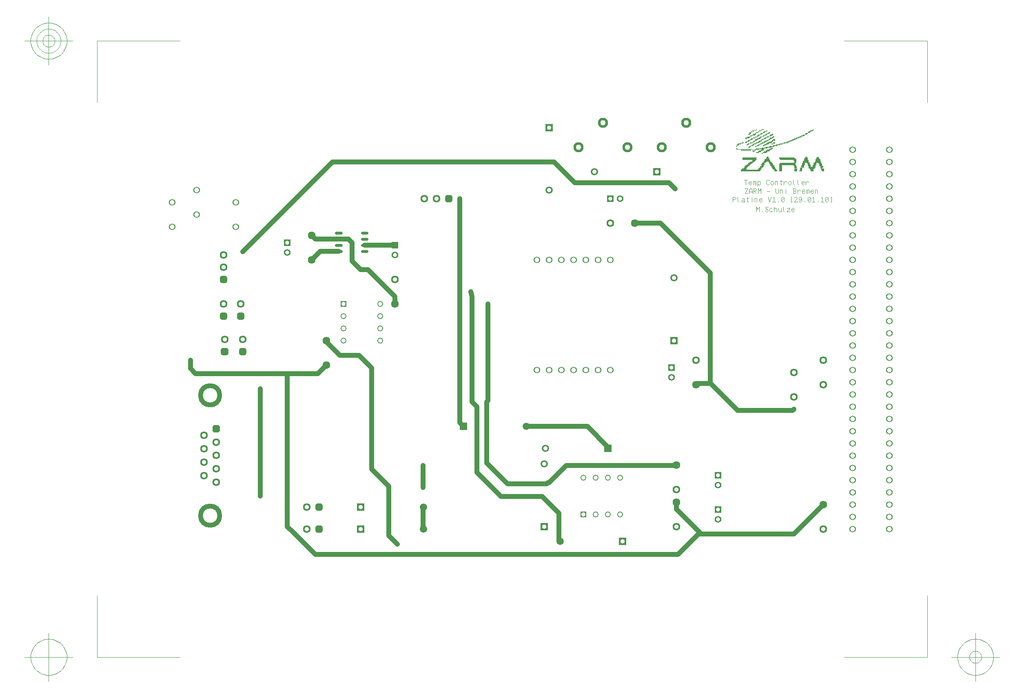
<source format=gbr>
G04 Generated by Ultiboard 10.0 *
%FSLAX25Y25*%
%MOIN*%

%ADD14C,0.04000*%
%ADD44C,0.00367*%
%ADD45C,0.00374*%
%ADD23C,0.00004*%
%ADD22C,0.00394*%
%ADD28C,0.03937X0.02362*%
%ADD29C,0.06334X0.03500*%
%ADD46C,0.19666X0.11833*%
%ADD47R,0.02667X0.02667X0.03333*%
%ADD48C,0.03333*%
%ADD41C,0.05337X0.03937*%
%ADD35R,0.05512X0.05512X0.03150*%
%ADD34C,0.05512X0.03150*%
%ADD37R,0.05906X0.05906X0.03543*%
%ADD36C,0.05906X0.03543*%
%ADD38R,0.02083X0.02083X0.03917*%
%ADD18C,0.03917*%
%ADD33C,0.04900X0.03500*%
%ADD32R,0.04900X0.04900X0.03500*%
%ADD49R,0.03740X0.00001*%
%ADD11C,0.02362*%
%ADD31C,0.08334X0.04333*%


G04 ColorRGB 00FF00 for the following layer *
%LNCopper Top*%
%LPD*%
%FSLAX25Y25*%
%MOIN*%
G54D14*
X476000Y139000D02*
X521000Y139000D01*
X522000Y38000D02*
X446000Y38000D01*
X252000Y126000D02*
X249000Y129000D01*
X249000Y129000D02*
X249000Y312000D01*
X145050Y342000D02*
X326000Y342000D01*
X427450Y21450D02*
X130900Y21450D01*
X196000Y232000D02*
X174000Y254000D01*
X174000Y254000D02*
X168000Y254000D01*
X168000Y254000D02*
X161000Y261000D01*
X133000Y169000D02*
X108000Y169000D01*
X130900Y21450D02*
X111000Y41350D01*
X108000Y44000D02*
X108000Y169000D01*
X86000Y68984D02*
X86000Y156467D01*
X110000Y42000D02*
X108000Y44000D01*
X108000Y169000D02*
X33000Y169000D01*
X28828Y173172D02*
X33000Y169000D01*
X29000Y174500D02*
X28828Y174328D01*
X29000Y174500D02*
X29000Y180000D01*
X28828Y173172D02*
X28828Y174328D01*
X177000Y91000D02*
X177000Y173500D01*
X198050Y29550D02*
X191000Y36600D01*
X191000Y36600D02*
X191000Y77000D01*
X191000Y77000D02*
X177000Y91000D01*
X219000Y42181D02*
X219000Y59909D01*
X219181Y42000D02*
X219000Y42181D01*
X219000Y94000D02*
X219000Y76000D01*
X151000Y184000D02*
X140000Y195000D01*
X166500Y184000D02*
X151000Y184000D01*
X140000Y176000D02*
X133000Y169000D01*
X177000Y173500D02*
X166500Y184000D01*
X140000Y195000D02*
X140000Y196000D01*
X196000Y232000D02*
X196000Y226000D01*
X128000Y282000D02*
X131000Y279000D01*
X128000Y262000D02*
X135000Y269000D01*
X145050Y342000D02*
X71600Y268550D01*
X196000Y274000D02*
X171260Y274000D01*
X158000Y279000D02*
X150000Y279000D01*
X158000Y279000D02*
X160900Y276100D01*
X131000Y279000D02*
X150000Y279000D01*
X135000Y269000D02*
X150000Y269000D01*
X160900Y276100D02*
X160900Y261100D01*
X161000Y261000D02*
X161000Y261950D01*
X453750Y161250D02*
X453750Y251250D01*
X453750Y251250D02*
X413000Y292000D01*
X350000Y94000D02*
X425000Y94000D01*
X303000Y125409D02*
X303000Y125909D01*
X303381Y125800D02*
X353200Y125800D01*
X303181Y126000D02*
X303381Y125800D01*
X353200Y125800D02*
X370000Y109000D01*
X271000Y96000D02*
X271000Y146000D01*
X263000Y142000D02*
X263000Y88279D01*
X330000Y55000D02*
X316400Y68600D01*
X320000Y79000D02*
X288000Y79000D01*
X316400Y68600D02*
X282678Y68600D01*
X288000Y79000D02*
X271000Y96000D01*
X282678Y68600D02*
X263000Y88279D01*
X330819Y32000D02*
X330000Y32819D01*
X330000Y32819D02*
X330000Y55000D01*
X336000Y94000D02*
X350000Y94000D01*
X336000Y94000D02*
X322000Y80000D01*
X322000Y80000D02*
X321000Y80000D01*
X321000Y80000D02*
X320000Y79000D01*
X370000Y109000D02*
X370000Y108000D01*
X259000Y232000D02*
X259000Y146000D01*
X272000Y147000D02*
X272000Y226000D01*
X259000Y146000D02*
X263000Y142000D01*
X271000Y146000D02*
X272000Y147000D01*
X258000Y236000D02*
X259000Y232000D01*
X427450Y21450D02*
X444000Y38000D01*
X446000Y38250D02*
X426000Y58250D01*
X426000Y64000D02*
X426000Y58250D01*
X425000Y94000D02*
X425714Y94714D01*
X446000Y38000D02*
X446000Y38250D01*
X444000Y38000D02*
X446000Y38000D01*
X442000Y160000D02*
X443000Y161000D01*
X443000Y161000D02*
X454000Y161000D01*
X476000Y139000D02*
X453750Y161250D01*
X343000Y325000D02*
X420000Y325000D01*
X343000Y325000D02*
X326000Y342000D01*
X392000Y292000D02*
X413000Y292000D01*
X425000Y320000D02*
X420000Y325000D01*
X546000Y62000D02*
X522000Y38000D01*
X522000Y140000D02*
X521000Y139000D01*
G54D44*
X482661Y323397D02*
X482661Y327405D01*
X481464Y327405D02*
X483858Y327405D01*
X487450Y324198D02*
X486652Y323397D01*
X486652Y323397D02*
X485854Y323397D01*
X485854Y323397D02*
X485056Y324198D01*
X485056Y324198D02*
X485056Y325401D01*
X485056Y325401D02*
X485854Y326203D01*
X485854Y326203D02*
X486652Y326203D01*
X486652Y326203D02*
X487450Y325401D01*
X487450Y325401D02*
X487051Y325000D01*
X487051Y325000D02*
X485056Y325000D01*
X488647Y323397D02*
X488647Y325802D01*
X488647Y325802D02*
X488647Y326203D01*
X488647Y325802D02*
X489046Y326203D01*
X489046Y326203D02*
X489445Y326203D01*
X489445Y326203D02*
X489844Y325802D01*
X489844Y325802D02*
X490243Y326203D01*
X490243Y326203D02*
X490642Y326203D01*
X490642Y326203D02*
X491041Y325802D01*
X491041Y325802D02*
X491041Y323397D01*
X489844Y325802D02*
X489844Y323397D01*
X492238Y324198D02*
X493036Y323397D01*
X493036Y323397D02*
X493834Y323397D01*
X493834Y323397D02*
X494632Y324198D01*
X494632Y324198D02*
X494632Y325401D01*
X494632Y325401D02*
X493834Y326203D01*
X493834Y326203D02*
X493036Y326203D01*
X493036Y326203D02*
X492238Y325401D01*
X492238Y322194D02*
X492238Y326203D01*
X501815Y324198D02*
X501017Y323397D01*
X501017Y323397D02*
X500219Y323397D01*
X500219Y323397D02*
X499421Y324198D01*
X499421Y324198D02*
X499421Y326603D01*
X499421Y326603D02*
X500219Y327405D01*
X500219Y327405D02*
X501017Y327405D01*
X501017Y327405D02*
X501815Y326603D01*
X503012Y324198D02*
X503810Y323397D01*
X503810Y323397D02*
X504608Y323397D01*
X504608Y323397D02*
X505406Y324198D01*
X505406Y324198D02*
X505406Y325401D01*
X505406Y325401D02*
X504608Y326203D01*
X504608Y326203D02*
X503810Y326203D01*
X503810Y326203D02*
X503012Y325401D01*
X503012Y325401D02*
X503012Y324198D01*
X506603Y323397D02*
X506603Y325802D01*
X506603Y325802D02*
X506603Y326203D01*
X506603Y325802D02*
X507002Y326203D01*
X507002Y326203D02*
X507800Y326203D01*
X507800Y326203D02*
X508200Y325802D01*
X508200Y325802D02*
X508200Y323397D01*
X512190Y323797D02*
X511791Y323397D01*
X511791Y323397D02*
X511392Y323797D01*
X511392Y323797D02*
X511392Y327405D01*
X510594Y326203D02*
X512190Y326203D01*
X513786Y325000D02*
X514983Y326203D01*
X514983Y326203D02*
X515382Y326203D01*
X515382Y326203D02*
X516180Y325401D01*
X513786Y323397D02*
X513786Y326203D01*
X517377Y324198D02*
X518175Y323397D01*
X518175Y323397D02*
X518973Y323397D01*
X518973Y323397D02*
X519772Y324198D01*
X519772Y324198D02*
X519772Y325401D01*
X519772Y325401D02*
X518973Y326203D01*
X518973Y326203D02*
X518175Y326203D01*
X518175Y326203D02*
X517377Y325401D01*
X517377Y325401D02*
X517377Y324198D01*
X521368Y327405D02*
X521368Y324198D01*
X521368Y324198D02*
X522166Y323397D01*
X524959Y327405D02*
X524959Y324198D01*
X524959Y324198D02*
X525757Y323397D01*
X530545Y324198D02*
X529747Y323397D01*
X529747Y323397D02*
X528949Y323397D01*
X528949Y323397D02*
X528151Y324198D01*
X528151Y324198D02*
X528151Y325401D01*
X528151Y325401D02*
X528949Y326203D01*
X528949Y326203D02*
X529747Y326203D01*
X529747Y326203D02*
X530545Y325401D01*
X530545Y325401D02*
X530146Y325000D01*
X530146Y325000D02*
X528151Y325000D01*
X531743Y325000D02*
X532940Y326203D01*
X532940Y326203D02*
X533339Y326203D01*
X533339Y326203D02*
X534137Y325401D01*
X531743Y323397D02*
X531743Y326203D01*
G54D45*
X481873Y320405D02*
X484267Y320405D01*
X484267Y320405D02*
X481873Y316397D01*
X481873Y316397D02*
X484267Y316397D01*
X485464Y316397D02*
X485464Y318802D01*
X485464Y318802D02*
X486262Y320405D01*
X486262Y320405D02*
X487060Y320405D01*
X487060Y320405D02*
X487858Y318802D01*
X487858Y318802D02*
X487858Y316397D01*
X485464Y317599D02*
X487858Y317599D01*
X489056Y316397D02*
X489056Y320405D01*
X489056Y320405D02*
X490652Y320405D01*
X490652Y320405D02*
X491450Y319603D01*
X491450Y319603D02*
X491450Y319203D01*
X491450Y319203D02*
X490652Y318401D01*
X490652Y318401D02*
X489056Y318401D01*
X489455Y318401D02*
X491450Y316397D01*
X492647Y316397D02*
X492647Y320405D01*
X492647Y320405D02*
X493844Y318401D01*
X493844Y318401D02*
X495041Y320405D01*
X495041Y320405D02*
X495041Y316397D01*
X499829Y318000D02*
X502224Y318000D01*
X507012Y320405D02*
X507012Y317198D01*
X507012Y317198D02*
X507810Y316397D01*
X507810Y316397D02*
X508608Y316397D01*
X508608Y316397D02*
X509406Y317198D01*
X509406Y317198D02*
X509406Y320405D01*
X510603Y316397D02*
X510603Y318802D01*
X510603Y318802D02*
X510603Y319203D01*
X510603Y318802D02*
X511002Y319203D01*
X511002Y319203D02*
X511800Y319203D01*
X511800Y319203D02*
X512200Y318802D01*
X512200Y318802D02*
X512200Y316397D01*
X515392Y316397D02*
X515392Y318802D01*
X515392Y319603D02*
X515392Y320004D01*
X521377Y316397D02*
X522973Y316397D01*
X522973Y316397D02*
X523772Y317198D01*
X523772Y317198D02*
X523772Y317599D01*
X523772Y317599D02*
X522973Y318401D01*
X522973Y318401D02*
X523772Y319203D01*
X523772Y319203D02*
X523772Y319603D01*
X523772Y319603D02*
X522973Y320405D01*
X522973Y320405D02*
X521776Y320405D01*
X521776Y320405D02*
X521377Y320405D01*
X521776Y318401D02*
X522973Y318401D01*
X521776Y320405D02*
X521776Y316397D01*
X524969Y318000D02*
X526166Y319203D01*
X526166Y319203D02*
X526565Y319203D01*
X526565Y319203D02*
X527363Y318401D01*
X524969Y316397D02*
X524969Y319203D01*
X530954Y317198D02*
X530156Y316397D01*
X530156Y316397D02*
X529358Y316397D01*
X529358Y316397D02*
X528560Y317198D01*
X528560Y317198D02*
X528560Y318401D01*
X528560Y318401D02*
X529358Y319203D01*
X529358Y319203D02*
X530156Y319203D01*
X530156Y319203D02*
X530954Y318401D01*
X530954Y318401D02*
X530555Y318000D01*
X530555Y318000D02*
X528560Y318000D01*
X532151Y316397D02*
X532151Y318802D01*
X532151Y318802D02*
X532151Y319203D01*
X532151Y318802D02*
X532550Y319203D01*
X532550Y319203D02*
X532949Y319203D01*
X532949Y319203D02*
X533348Y318802D01*
X533348Y318802D02*
X533747Y319203D01*
X533747Y319203D02*
X534146Y319203D01*
X534146Y319203D02*
X534545Y318802D01*
X534545Y318802D02*
X534545Y316397D01*
X533348Y318802D02*
X533348Y316397D01*
X538137Y317198D02*
X537339Y316397D01*
X537339Y316397D02*
X536541Y316397D01*
X536541Y316397D02*
X535743Y317198D01*
X535743Y317198D02*
X535743Y318401D01*
X535743Y318401D02*
X536541Y319203D01*
X536541Y319203D02*
X537339Y319203D01*
X537339Y319203D02*
X538137Y318401D01*
X538137Y318401D02*
X537738Y318000D01*
X537738Y318000D02*
X535743Y318000D01*
X539334Y316397D02*
X539334Y318802D01*
X539334Y318802D02*
X539334Y319203D01*
X539334Y318802D02*
X539733Y319203D01*
X539733Y319203D02*
X540531Y319203D01*
X540531Y319203D02*
X540930Y318802D01*
X540930Y318802D02*
X540930Y316397D01*
X472099Y309397D02*
X472099Y313405D01*
X472099Y313405D02*
X473695Y313405D01*
X473695Y313405D02*
X474493Y312603D01*
X474493Y312603D02*
X474493Y312203D01*
X474493Y312203D02*
X473695Y311401D01*
X473695Y311401D02*
X472099Y311401D01*
X476089Y313405D02*
X476089Y310198D01*
X476089Y310198D02*
X476887Y309397D01*
X479681Y312203D02*
X480878Y312203D01*
X480878Y312203D02*
X481277Y311802D01*
X481277Y311802D02*
X481277Y309797D01*
X481277Y309797D02*
X480878Y309397D01*
X480878Y309397D02*
X479681Y309397D01*
X479681Y309397D02*
X479282Y309797D01*
X479282Y309797D02*
X479282Y310599D01*
X479282Y310599D02*
X479681Y311000D01*
X479681Y311000D02*
X481277Y311000D01*
X481277Y309797D02*
X481676Y309397D01*
X484868Y309797D02*
X484469Y309397D01*
X484469Y309397D02*
X484070Y309797D01*
X484070Y309797D02*
X484070Y313405D01*
X483272Y312203D02*
X484868Y312203D01*
X487661Y309397D02*
X487661Y311802D01*
X487661Y312603D02*
X487661Y313004D01*
X490056Y309397D02*
X490056Y311802D01*
X490056Y311802D02*
X490056Y312203D01*
X490056Y311802D02*
X490455Y312203D01*
X490455Y312203D02*
X491253Y312203D01*
X491253Y312203D02*
X491652Y311802D01*
X491652Y311802D02*
X491652Y309397D01*
X496041Y310198D02*
X495243Y309397D01*
X495243Y309397D02*
X494445Y309397D01*
X494445Y309397D02*
X493647Y310198D01*
X493647Y310198D02*
X493647Y311401D01*
X493647Y311401D02*
X494445Y312203D01*
X494445Y312203D02*
X495243Y312203D01*
X495243Y312203D02*
X496041Y311401D01*
X496041Y311401D02*
X495642Y311000D01*
X495642Y311000D02*
X493647Y311000D01*
X500829Y313405D02*
X502027Y309397D01*
X502027Y309397D02*
X503224Y313405D01*
X504820Y312603D02*
X505618Y313405D01*
X505618Y313405D02*
X505618Y309397D01*
X504421Y309397D02*
X506815Y309397D01*
X509209Y309397D02*
X509209Y309797D01*
X511603Y312603D02*
X512401Y313405D01*
X512401Y313405D02*
X513200Y313405D01*
X513200Y313405D02*
X513998Y312603D01*
X513998Y312603D02*
X513998Y310198D01*
X513998Y310198D02*
X513200Y309397D01*
X513200Y309397D02*
X512401Y309397D01*
X512401Y309397D02*
X511603Y310198D01*
X511603Y310198D02*
X511603Y312603D01*
X513998Y312603D02*
X511603Y310198D01*
X520382Y309397D02*
X519584Y309397D01*
X519584Y309397D02*
X519584Y313405D01*
X519584Y313405D02*
X520382Y313405D01*
X522377Y312603D02*
X523175Y313405D01*
X523175Y313405D02*
X523973Y313405D01*
X523973Y313405D02*
X524772Y312603D01*
X524772Y312603D02*
X524772Y312203D01*
X524772Y312203D02*
X522377Y309397D01*
X522377Y309397D02*
X524772Y309397D01*
X524772Y309397D02*
X524772Y309797D01*
X525969Y310198D02*
X526767Y309397D01*
X526767Y309397D02*
X527565Y309397D01*
X527565Y309397D02*
X528363Y310198D01*
X528363Y310198D02*
X528363Y311802D01*
X528363Y311802D02*
X528363Y312603D01*
X528363Y312603D02*
X527565Y313405D01*
X527565Y313405D02*
X526767Y313405D01*
X526767Y313405D02*
X525969Y312603D01*
X525969Y312603D02*
X525969Y311802D01*
X525969Y311802D02*
X526767Y311000D01*
X526767Y311000D02*
X527565Y311000D01*
X527565Y311000D02*
X528363Y311802D01*
X530757Y309397D02*
X530757Y309797D01*
X533151Y312603D02*
X533949Y313405D01*
X533949Y313405D02*
X534747Y313405D01*
X534747Y313405D02*
X535545Y312603D01*
X535545Y312603D02*
X535545Y310198D01*
X535545Y310198D02*
X534747Y309397D01*
X534747Y309397D02*
X533949Y309397D01*
X533949Y309397D02*
X533151Y310198D01*
X533151Y310198D02*
X533151Y312603D01*
X535545Y312603D02*
X533151Y310198D01*
X537142Y312603D02*
X537940Y313405D01*
X537940Y313405D02*
X537940Y309397D01*
X536743Y309397D02*
X539137Y309397D01*
X541531Y309397D02*
X541531Y309797D01*
X544324Y312603D02*
X545122Y313405D01*
X545122Y313405D02*
X545122Y309397D01*
X543925Y309397D02*
X546319Y309397D01*
X547516Y312603D02*
X548315Y313405D01*
X548315Y313405D02*
X549113Y313405D01*
X549113Y313405D02*
X549911Y312603D01*
X549911Y312603D02*
X549911Y310198D01*
X549911Y310198D02*
X549113Y309397D01*
X549113Y309397D02*
X548315Y309397D01*
X548315Y309397D02*
X547516Y310198D01*
X547516Y310198D02*
X547516Y312603D01*
X549911Y312603D02*
X547516Y310198D01*
X551906Y313405D02*
X552704Y313405D01*
X552704Y313405D02*
X552704Y309397D01*
X552704Y309397D02*
X551906Y309397D01*
X491238Y301397D02*
X491238Y305405D01*
X491238Y305405D02*
X492435Y303401D01*
X492435Y303401D02*
X493632Y305405D01*
X493632Y305405D02*
X493632Y301397D01*
X496027Y301397D02*
X496027Y301797D01*
X498421Y302198D02*
X499219Y301397D01*
X499219Y301397D02*
X500017Y301397D01*
X500017Y301397D02*
X500815Y302198D01*
X500815Y302198D02*
X498421Y304603D01*
X498421Y304603D02*
X499219Y305405D01*
X499219Y305405D02*
X500017Y305405D01*
X500017Y305405D02*
X500815Y304603D01*
X504007Y301797D02*
X503608Y301397D01*
X503608Y301397D02*
X502810Y301397D01*
X502810Y301397D02*
X502012Y302198D01*
X502012Y302198D02*
X502012Y303401D01*
X502012Y303401D02*
X502810Y304203D01*
X502810Y304203D02*
X503608Y304203D01*
X503608Y304203D02*
X504007Y303802D01*
X505603Y303401D02*
X506401Y304203D01*
X506401Y304203D02*
X507200Y304203D01*
X507200Y304203D02*
X507998Y303401D01*
X507998Y303401D02*
X507998Y301397D01*
X505603Y305405D02*
X505603Y301397D01*
X509195Y304203D02*
X509195Y302198D01*
X509195Y302198D02*
X509993Y301397D01*
X509993Y301397D02*
X510791Y301397D01*
X510791Y301397D02*
X511589Y302198D01*
X511589Y302198D02*
X511589Y304203D01*
X511589Y302198D02*
X511589Y301397D01*
X513185Y305405D02*
X513185Y302198D01*
X513185Y302198D02*
X513983Y301397D01*
X516377Y304203D02*
X518772Y304203D01*
X518772Y304203D02*
X516377Y301397D01*
X516377Y301397D02*
X518772Y301397D01*
X522363Y302198D02*
X521565Y301397D01*
X521565Y301397D02*
X520767Y301397D01*
X520767Y301397D02*
X519969Y302198D01*
X519969Y302198D02*
X519969Y303401D01*
X519969Y303401D02*
X520767Y304203D01*
X520767Y304203D02*
X521565Y304203D01*
X521565Y304203D02*
X522363Y303401D01*
X522363Y303401D02*
X521964Y303000D01*
X521964Y303000D02*
X519969Y303000D01*
G54D23*
G36*
X491021Y368119D02*
X491804Y368119D01*
X491804Y368746D01*
X491021Y368746D01*
X491021Y368119D01*
G37*
G36*
X495722Y368119D02*
X496505Y368119D01*
X496505Y368746D01*
X495722Y368746D01*
X495722Y368119D01*
G37*
G36*
X496505Y368119D02*
X497289Y368119D01*
X497289Y368746D01*
X496505Y368746D01*
X496505Y368119D01*
G37*
G36*
X537247Y368119D02*
X538031Y368119D01*
X538031Y368746D01*
X537247Y368746D01*
X537247Y368119D01*
G37*
G36*
X489454Y367492D02*
X490237Y367492D01*
X490237Y368119D01*
X489454Y368119D01*
X489454Y367492D01*
G37*
G36*
X490237Y367492D02*
X491021Y367492D01*
X491021Y368119D01*
X490237Y368119D01*
X490237Y367492D01*
G37*
G36*
X494938Y367492D02*
X495722Y367492D01*
X495722Y368119D01*
X494938Y368119D01*
X494938Y367492D01*
G37*
G36*
X536464Y367492D02*
X537247Y367492D01*
X537247Y368119D01*
X536464Y368119D01*
X536464Y367492D01*
G37*
G36*
X537247Y367492D02*
X538031Y367492D01*
X538031Y368119D01*
X537247Y368119D01*
X537247Y367492D01*
G37*
G36*
X487887Y366864D02*
X488670Y366864D01*
X488670Y367492D01*
X487887Y367492D01*
X487887Y366864D01*
G37*
G36*
X488670Y366864D02*
X489454Y366864D01*
X489454Y367492D01*
X488670Y367492D01*
X488670Y366864D01*
G37*
G36*
X493371Y366864D02*
X494155Y366864D01*
X494155Y367492D01*
X493371Y367492D01*
X493371Y366864D01*
G37*
G36*
X494155Y366864D02*
X494938Y366864D01*
X494938Y367492D01*
X494155Y367492D01*
X494155Y366864D01*
G37*
G36*
X498856Y366864D02*
X499639Y366864D01*
X499639Y367492D01*
X498856Y367492D01*
X498856Y366864D01*
G37*
G36*
X499639Y366864D02*
X500423Y366864D01*
X500423Y367492D01*
X499639Y367492D01*
X499639Y366864D01*
G37*
G36*
X534897Y366864D02*
X535680Y366864D01*
X535680Y367492D01*
X534897Y367492D01*
X534897Y366864D01*
G37*
G36*
X535680Y366864D02*
X536464Y366864D01*
X536464Y367492D01*
X535680Y367492D01*
X535680Y366864D01*
G37*
G36*
X536464Y366864D02*
X537247Y366864D01*
X537247Y367492D01*
X536464Y367492D01*
X536464Y366864D01*
G37*
G36*
X487103Y366237D02*
X487887Y366237D01*
X487887Y366864D01*
X487103Y366864D01*
X487103Y366237D01*
G37*
G36*
X492588Y366237D02*
X493371Y366237D01*
X493371Y366864D01*
X492588Y366864D01*
X492588Y366237D01*
G37*
G36*
X497289Y366237D02*
X498072Y366237D01*
X498072Y366864D01*
X497289Y366864D01*
X497289Y366237D01*
G37*
G36*
X498072Y366237D02*
X498856Y366237D01*
X498856Y366864D01*
X498072Y366864D01*
X498072Y366237D01*
G37*
G36*
X534113Y366237D02*
X534897Y366237D01*
X534897Y366864D01*
X534113Y366864D01*
X534113Y366237D01*
G37*
G36*
X534897Y366237D02*
X535680Y366237D01*
X535680Y366864D01*
X534897Y366864D01*
X534897Y366237D01*
G37*
G36*
X485536Y365610D02*
X486320Y365610D01*
X486320Y366237D01*
X485536Y366237D01*
X485536Y365610D01*
G37*
G36*
X486320Y365610D02*
X487103Y365610D01*
X487103Y366237D01*
X486320Y366237D01*
X486320Y365610D01*
G37*
G36*
X491021Y365610D02*
X491804Y365610D01*
X491804Y366237D01*
X491021Y366237D01*
X491021Y365610D01*
G37*
G36*
X491804Y365610D02*
X492588Y365610D01*
X492588Y366237D01*
X491804Y366237D01*
X491804Y365610D01*
G37*
G36*
X496505Y365610D02*
X497289Y365610D01*
X497289Y366237D01*
X496505Y366237D01*
X496505Y365610D01*
G37*
G36*
X497289Y365610D02*
X498072Y365610D01*
X498072Y366237D01*
X497289Y366237D01*
X497289Y365610D01*
G37*
G36*
X501206Y365610D02*
X501990Y365610D01*
X501990Y366237D01*
X501206Y366237D01*
X501206Y365610D01*
G37*
G36*
X501990Y365610D02*
X502773Y365610D01*
X502773Y366237D01*
X501990Y366237D01*
X501990Y365610D01*
G37*
G36*
X533330Y365610D02*
X534113Y365610D01*
X534113Y366237D01*
X533330Y366237D01*
X533330Y365610D01*
G37*
G36*
X534113Y365610D02*
X534897Y365610D01*
X534897Y366237D01*
X534113Y366237D01*
X534113Y365610D01*
G37*
G36*
X485536Y364983D02*
X486320Y364983D01*
X486320Y365610D01*
X485536Y365610D01*
X485536Y364983D01*
G37*
G36*
X486320Y364983D02*
X487103Y364983D01*
X487103Y365610D01*
X486320Y365610D01*
X486320Y364983D01*
G37*
G36*
X490237Y364983D02*
X491021Y364983D01*
X491021Y365610D01*
X490237Y365610D01*
X490237Y364983D01*
G37*
G36*
X494938Y364983D02*
X495722Y364983D01*
X495722Y365610D01*
X494938Y365610D01*
X494938Y364983D01*
G37*
G36*
X495722Y364983D02*
X496505Y364983D01*
X496505Y365610D01*
X495722Y365610D01*
X495722Y364983D01*
G37*
G36*
X500423Y364983D02*
X501206Y364983D01*
X501206Y365610D01*
X500423Y365610D01*
X500423Y364983D01*
G37*
G36*
X501206Y364983D02*
X501990Y364983D01*
X501990Y365610D01*
X501206Y365610D01*
X501206Y364983D01*
G37*
G36*
X531763Y364983D02*
X532546Y364983D01*
X532546Y365610D01*
X531763Y365610D01*
X531763Y364983D01*
G37*
G36*
X532546Y364983D02*
X533330Y364983D01*
X533330Y365610D01*
X532546Y365610D01*
X532546Y364983D01*
G37*
G36*
X484753Y364356D02*
X485536Y364356D01*
X485536Y364983D01*
X484753Y364983D01*
X484753Y364356D01*
G37*
G36*
X485536Y364356D02*
X486320Y364356D01*
X486320Y364983D01*
X485536Y364983D01*
X485536Y364356D01*
G37*
G36*
X488670Y364356D02*
X489454Y364356D01*
X489454Y364983D01*
X488670Y364983D01*
X488670Y364356D01*
G37*
G36*
X489454Y364356D02*
X490237Y364356D01*
X490237Y364983D01*
X489454Y364983D01*
X489454Y364356D01*
G37*
G36*
X490237Y364356D02*
X491021Y364356D01*
X491021Y364983D01*
X490237Y364983D01*
X490237Y364356D01*
G37*
G36*
X494155Y364356D02*
X494938Y364356D01*
X494938Y364983D01*
X494155Y364983D01*
X494155Y364356D01*
G37*
G36*
X494938Y364356D02*
X495722Y364356D01*
X495722Y364983D01*
X494938Y364983D01*
X494938Y364356D01*
G37*
G36*
X498856Y364356D02*
X499639Y364356D01*
X499639Y364983D01*
X498856Y364983D01*
X498856Y364356D01*
G37*
G36*
X499639Y364356D02*
X500423Y364356D01*
X500423Y364983D01*
X499639Y364983D01*
X499639Y364356D01*
G37*
G36*
X503557Y364356D02*
X504340Y364356D01*
X504340Y364983D01*
X503557Y364983D01*
X503557Y364356D01*
G37*
G36*
X504340Y364356D02*
X505124Y364356D01*
X505124Y364983D01*
X504340Y364983D01*
X504340Y364356D01*
G37*
G36*
X530979Y364356D02*
X531763Y364356D01*
X531763Y364983D01*
X530979Y364983D01*
X530979Y364356D01*
G37*
G36*
X531763Y364356D02*
X532546Y364356D01*
X532546Y364983D01*
X531763Y364983D01*
X531763Y364356D01*
G37*
G36*
X487887Y363729D02*
X488670Y363729D01*
X488670Y364356D01*
X487887Y364356D01*
X487887Y363729D01*
G37*
G36*
X488670Y363729D02*
X489454Y363729D01*
X489454Y364356D01*
X488670Y364356D01*
X488670Y363729D01*
G37*
G36*
X489454Y363729D02*
X490237Y363729D01*
X490237Y364356D01*
X489454Y364356D01*
X489454Y363729D01*
G37*
G36*
X492588Y363729D02*
X493371Y363729D01*
X493371Y364356D01*
X492588Y364356D01*
X492588Y363729D01*
G37*
G36*
X493371Y363729D02*
X494155Y363729D01*
X494155Y364356D01*
X493371Y364356D01*
X493371Y363729D01*
G37*
G36*
X498072Y363729D02*
X498856Y363729D01*
X498856Y364356D01*
X498072Y364356D01*
X498072Y363729D01*
G37*
G36*
X498856Y363729D02*
X499639Y363729D01*
X499639Y364356D01*
X498856Y364356D01*
X498856Y363729D01*
G37*
G36*
X502773Y363729D02*
X503557Y363729D01*
X503557Y364356D01*
X502773Y364356D01*
X502773Y363729D01*
G37*
G36*
X503557Y363729D02*
X504340Y363729D01*
X504340Y364356D01*
X503557Y364356D01*
X503557Y363729D01*
G37*
G36*
X504340Y363729D02*
X505124Y363729D01*
X505124Y364356D01*
X504340Y364356D01*
X504340Y363729D01*
G37*
G36*
X529412Y363729D02*
X530196Y363729D01*
X530196Y364356D01*
X529412Y364356D01*
X529412Y363729D01*
G37*
G36*
X530196Y363729D02*
X530979Y363729D01*
X530979Y364356D01*
X530196Y364356D01*
X530196Y363729D01*
G37*
G36*
X486320Y363102D02*
X487103Y363102D01*
X487103Y363729D01*
X486320Y363729D01*
X486320Y363102D01*
G37*
G36*
X487103Y363102D02*
X487887Y363102D01*
X487887Y363729D01*
X487103Y363729D01*
X487103Y363102D01*
G37*
G36*
X491804Y363102D02*
X492588Y363102D01*
X492588Y363729D01*
X491804Y363729D01*
X491804Y363102D01*
G37*
G36*
X492588Y363102D02*
X493371Y363102D01*
X493371Y363729D01*
X492588Y363729D01*
X492588Y363102D01*
G37*
G36*
X496505Y363102D02*
X497289Y363102D01*
X497289Y363729D01*
X496505Y363729D01*
X496505Y363102D01*
G37*
G36*
X497289Y363102D02*
X498072Y363102D01*
X498072Y363729D01*
X497289Y363729D01*
X497289Y363102D01*
G37*
G36*
X501990Y363102D02*
X502773Y363102D01*
X502773Y363729D01*
X501990Y363729D01*
X501990Y363102D01*
G37*
G36*
X502773Y363102D02*
X503557Y363102D01*
X503557Y363729D01*
X502773Y363729D01*
X502773Y363102D01*
G37*
G36*
X527845Y363102D02*
X528629Y363102D01*
X528629Y363729D01*
X527845Y363729D01*
X527845Y363102D01*
G37*
G36*
X528629Y363102D02*
X529412Y363102D01*
X529412Y363729D01*
X528629Y363729D01*
X528629Y363102D01*
G37*
G36*
X529412Y363102D02*
X530196Y363102D01*
X530196Y363729D01*
X529412Y363729D01*
X529412Y363102D01*
G37*
G36*
X486320Y362475D02*
X487103Y362475D01*
X487103Y363102D01*
X486320Y363102D01*
X486320Y362475D01*
G37*
G36*
X491804Y362475D02*
X492588Y362475D01*
X492588Y363102D01*
X491804Y363102D01*
X491804Y362475D01*
G37*
G36*
X495722Y362475D02*
X496505Y362475D01*
X496505Y363102D01*
X495722Y363102D01*
X495722Y362475D01*
G37*
G36*
X496505Y362475D02*
X497289Y362475D01*
X497289Y363102D01*
X496505Y363102D01*
X496505Y362475D01*
G37*
G36*
X500423Y362475D02*
X501206Y362475D01*
X501206Y363102D01*
X500423Y363102D01*
X500423Y362475D01*
G37*
G36*
X501206Y362475D02*
X501990Y362475D01*
X501990Y363102D01*
X501206Y363102D01*
X501206Y362475D01*
G37*
G36*
X505124Y362475D02*
X505907Y362475D01*
X505907Y363102D01*
X505124Y363102D01*
X505124Y362475D01*
G37*
G36*
X527062Y362475D02*
X527845Y362475D01*
X527845Y363102D01*
X527062Y363102D01*
X527062Y362475D01*
G37*
G36*
X527845Y362475D02*
X528629Y362475D01*
X528629Y363102D01*
X527845Y363102D01*
X527845Y362475D01*
G37*
G36*
X483969Y361847D02*
X484753Y361847D01*
X484753Y362475D01*
X483969Y362475D01*
X483969Y361847D01*
G37*
G36*
X484753Y361847D02*
X485536Y361847D01*
X485536Y362475D01*
X484753Y362475D01*
X484753Y361847D01*
G37*
G36*
X485536Y361847D02*
X486320Y361847D01*
X486320Y362475D01*
X485536Y362475D01*
X485536Y361847D01*
G37*
G36*
X490237Y361847D02*
X491021Y361847D01*
X491021Y362475D01*
X490237Y362475D01*
X490237Y361847D01*
G37*
G36*
X491021Y361847D02*
X491804Y361847D01*
X491804Y362475D01*
X491021Y362475D01*
X491021Y361847D01*
G37*
G36*
X494155Y361847D02*
X494938Y361847D01*
X494938Y362475D01*
X494155Y362475D01*
X494155Y361847D01*
G37*
G36*
X494938Y361847D02*
X495722Y361847D01*
X495722Y362475D01*
X494938Y362475D01*
X494938Y361847D01*
G37*
G36*
X499639Y361847D02*
X500423Y361847D01*
X500423Y362475D01*
X499639Y362475D01*
X499639Y361847D01*
G37*
G36*
X500423Y361847D02*
X501206Y361847D01*
X501206Y362475D01*
X500423Y362475D01*
X500423Y361847D01*
G37*
G36*
X504340Y361847D02*
X505124Y361847D01*
X505124Y362475D01*
X504340Y362475D01*
X504340Y361847D01*
G37*
G36*
X505124Y361847D02*
X505907Y361847D01*
X505907Y362475D01*
X505124Y362475D01*
X505124Y361847D01*
G37*
G36*
X525495Y361847D02*
X526278Y361847D01*
X526278Y362475D01*
X525495Y362475D01*
X525495Y361847D01*
G37*
G36*
X526278Y361847D02*
X527062Y361847D01*
X527062Y362475D01*
X526278Y362475D01*
X526278Y361847D01*
G37*
G36*
X527062Y361847D02*
X527845Y361847D01*
X527845Y362475D01*
X527062Y362475D01*
X527062Y361847D01*
G37*
G36*
X482402Y361220D02*
X483186Y361220D01*
X483186Y361847D01*
X482402Y361847D01*
X482402Y361220D01*
G37*
G36*
X483186Y361220D02*
X483969Y361220D01*
X483969Y361847D01*
X483186Y361847D01*
X483186Y361220D01*
G37*
G36*
X483969Y361220D02*
X484753Y361220D01*
X484753Y361847D01*
X483969Y361847D01*
X483969Y361220D01*
G37*
G36*
X484753Y361220D02*
X485536Y361220D01*
X485536Y361847D01*
X484753Y361847D01*
X484753Y361220D01*
G37*
G36*
X488670Y361220D02*
X489454Y361220D01*
X489454Y361847D01*
X488670Y361847D01*
X488670Y361220D01*
G37*
G36*
X489454Y361220D02*
X490237Y361220D01*
X490237Y361847D01*
X489454Y361847D01*
X489454Y361220D01*
G37*
G36*
X493371Y361220D02*
X494155Y361220D01*
X494155Y361847D01*
X493371Y361847D01*
X493371Y361220D01*
G37*
G36*
X494155Y361220D02*
X494938Y361220D01*
X494938Y361847D01*
X494155Y361847D01*
X494155Y361220D01*
G37*
G36*
X498072Y361220D02*
X498856Y361220D01*
X498856Y361847D01*
X498072Y361847D01*
X498072Y361220D01*
G37*
G36*
X498856Y361220D02*
X499639Y361220D01*
X499639Y361847D01*
X498856Y361847D01*
X498856Y361220D01*
G37*
G36*
X502773Y361220D02*
X503557Y361220D01*
X503557Y361847D01*
X502773Y361847D01*
X502773Y361220D01*
G37*
G36*
X503557Y361220D02*
X504340Y361220D01*
X504340Y361847D01*
X503557Y361847D01*
X503557Y361220D01*
G37*
G36*
X504340Y361220D02*
X505124Y361220D01*
X505124Y361847D01*
X504340Y361847D01*
X504340Y361220D01*
G37*
G36*
X523928Y361220D02*
X524711Y361220D01*
X524711Y361847D01*
X523928Y361847D01*
X523928Y361220D01*
G37*
G36*
X524711Y361220D02*
X525495Y361220D01*
X525495Y361847D01*
X524711Y361847D01*
X524711Y361220D01*
G37*
G36*
X525495Y361220D02*
X526278Y361220D01*
X526278Y361847D01*
X525495Y361847D01*
X525495Y361220D01*
G37*
G36*
X482402Y360593D02*
X483186Y360593D01*
X483186Y361220D01*
X482402Y361220D01*
X482402Y360593D01*
G37*
G36*
X487103Y360593D02*
X487887Y360593D01*
X487887Y361220D01*
X487103Y361220D01*
X487103Y360593D01*
G37*
G36*
X487887Y360593D02*
X488670Y360593D01*
X488670Y361220D01*
X487887Y361220D01*
X487887Y360593D01*
G37*
G36*
X491804Y360593D02*
X492588Y360593D01*
X492588Y361220D01*
X491804Y361220D01*
X491804Y360593D01*
G37*
G36*
X492588Y360593D02*
X493371Y360593D01*
X493371Y361220D01*
X492588Y361220D01*
X492588Y360593D01*
G37*
G36*
X493371Y360593D02*
X494155Y360593D01*
X494155Y361220D01*
X493371Y361220D01*
X493371Y360593D01*
G37*
G36*
X497289Y360593D02*
X498072Y360593D01*
X498072Y361220D01*
X497289Y361220D01*
X497289Y360593D01*
G37*
G36*
X498072Y360593D02*
X498856Y360593D01*
X498856Y361220D01*
X498072Y361220D01*
X498072Y360593D01*
G37*
G36*
X501990Y360593D02*
X502773Y360593D01*
X502773Y361220D01*
X501990Y361220D01*
X501990Y360593D01*
G37*
G36*
X502773Y360593D02*
X503557Y360593D01*
X503557Y361220D01*
X502773Y361220D01*
X502773Y360593D01*
G37*
G36*
X522361Y360593D02*
X523144Y360593D01*
X523144Y361220D01*
X522361Y361220D01*
X522361Y360593D01*
G37*
G36*
X523144Y360593D02*
X523928Y360593D01*
X523928Y361220D01*
X523144Y361220D01*
X523144Y360593D01*
G37*
G36*
X523928Y360593D02*
X524711Y360593D01*
X524711Y361220D01*
X523928Y361220D01*
X523928Y360593D01*
G37*
G36*
X486320Y359966D02*
X487103Y359966D01*
X487103Y360593D01*
X486320Y360593D01*
X486320Y359966D01*
G37*
G36*
X487103Y359966D02*
X487887Y359966D01*
X487887Y360593D01*
X487103Y360593D01*
X487103Y359966D01*
G37*
G36*
X490237Y359966D02*
X491021Y359966D01*
X491021Y360593D01*
X490237Y360593D01*
X490237Y359966D01*
G37*
G36*
X491021Y359966D02*
X491804Y359966D01*
X491804Y360593D01*
X491021Y360593D01*
X491021Y359966D01*
G37*
G36*
X491804Y359966D02*
X492588Y359966D01*
X492588Y360593D01*
X491804Y360593D01*
X491804Y359966D01*
G37*
G36*
X495722Y359966D02*
X496505Y359966D01*
X496505Y360593D01*
X495722Y360593D01*
X495722Y359966D01*
G37*
G36*
X496505Y359966D02*
X497289Y359966D01*
X497289Y360593D01*
X496505Y360593D01*
X496505Y359966D01*
G37*
G36*
X501206Y359966D02*
X501990Y359966D01*
X501990Y360593D01*
X501206Y360593D01*
X501206Y359966D01*
G37*
G36*
X501990Y359966D02*
X502773Y359966D01*
X502773Y360593D01*
X501990Y360593D01*
X501990Y359966D01*
G37*
G36*
X505124Y359966D02*
X505907Y359966D01*
X505907Y360593D01*
X505124Y360593D01*
X505124Y359966D01*
G37*
G36*
X505907Y359966D02*
X506691Y359966D01*
X506691Y360593D01*
X505907Y360593D01*
X505907Y359966D01*
G37*
G36*
X520794Y359966D02*
X521577Y359966D01*
X521577Y360593D01*
X520794Y360593D01*
X520794Y359966D01*
G37*
G36*
X521577Y359966D02*
X522361Y359966D01*
X522361Y360593D01*
X521577Y360593D01*
X521577Y359966D01*
G37*
G36*
X522361Y359966D02*
X523144Y359966D01*
X523144Y360593D01*
X522361Y360593D01*
X522361Y359966D01*
G37*
G36*
X484753Y359339D02*
X485536Y359339D01*
X485536Y359966D01*
X484753Y359966D01*
X484753Y359339D01*
G37*
G36*
X485536Y359339D02*
X486320Y359339D01*
X486320Y359966D01*
X485536Y359966D01*
X485536Y359339D01*
G37*
G36*
X490237Y359339D02*
X491021Y359339D01*
X491021Y359966D01*
X490237Y359966D01*
X490237Y359339D01*
G37*
G36*
X491021Y359339D02*
X491804Y359339D01*
X491804Y359966D01*
X491021Y359966D01*
X491021Y359339D01*
G37*
G36*
X494938Y359339D02*
X495722Y359339D01*
X495722Y359966D01*
X494938Y359966D01*
X494938Y359339D01*
G37*
G36*
X499639Y359339D02*
X500423Y359339D01*
X500423Y359966D01*
X499639Y359966D01*
X499639Y359339D01*
G37*
G36*
X500423Y359339D02*
X501206Y359339D01*
X501206Y359966D01*
X500423Y359966D01*
X500423Y359339D01*
G37*
G36*
X504340Y359339D02*
X505124Y359339D01*
X505124Y359966D01*
X504340Y359966D01*
X504340Y359339D01*
G37*
G36*
X505124Y359339D02*
X505907Y359339D01*
X505907Y359966D01*
X505124Y359966D01*
X505124Y359339D01*
G37*
G36*
X505907Y359339D02*
X506691Y359339D01*
X506691Y359966D01*
X505907Y359966D01*
X505907Y359339D01*
G37*
G36*
X519227Y359339D02*
X520010Y359339D01*
X520010Y359966D01*
X519227Y359966D01*
X519227Y359339D01*
G37*
G36*
X520010Y359339D02*
X520794Y359339D01*
X520794Y359966D01*
X520010Y359966D01*
X520010Y359339D01*
G37*
G36*
X520794Y359339D02*
X521577Y359339D01*
X521577Y359966D01*
X520794Y359966D01*
X520794Y359339D01*
G37*
G36*
X483969Y358712D02*
X484753Y358712D01*
X484753Y359339D01*
X483969Y359339D01*
X483969Y358712D01*
G37*
G36*
X484753Y358712D02*
X485536Y358712D01*
X485536Y359339D01*
X484753Y359339D01*
X484753Y358712D01*
G37*
G36*
X488670Y358712D02*
X489454Y358712D01*
X489454Y359339D01*
X488670Y359339D01*
X488670Y358712D01*
G37*
G36*
X489454Y358712D02*
X490237Y358712D01*
X490237Y359339D01*
X489454Y359339D01*
X489454Y358712D01*
G37*
G36*
X493371Y358712D02*
X494155Y358712D01*
X494155Y359339D01*
X493371Y359339D01*
X493371Y358712D01*
G37*
G36*
X494155Y358712D02*
X494938Y358712D01*
X494938Y359339D01*
X494155Y359339D01*
X494155Y358712D01*
G37*
G36*
X494938Y358712D02*
X495722Y358712D01*
X495722Y359339D01*
X494938Y359339D01*
X494938Y358712D01*
G37*
G36*
X498072Y358712D02*
X498856Y358712D01*
X498856Y359339D01*
X498072Y359339D01*
X498072Y358712D01*
G37*
G36*
X498856Y358712D02*
X499639Y358712D01*
X499639Y359339D01*
X498856Y359339D01*
X498856Y358712D01*
G37*
G36*
X499639Y358712D02*
X500423Y358712D01*
X500423Y359339D01*
X499639Y359339D01*
X499639Y358712D01*
G37*
G36*
X503557Y358712D02*
X504340Y358712D01*
X504340Y359339D01*
X503557Y359339D01*
X503557Y358712D01*
G37*
G36*
X504340Y358712D02*
X505124Y358712D01*
X505124Y359339D01*
X504340Y359339D01*
X504340Y358712D01*
G37*
G36*
X517660Y358712D02*
X518443Y358712D01*
X518443Y359339D01*
X517660Y359339D01*
X517660Y358712D01*
G37*
G36*
X518443Y358712D02*
X519227Y358712D01*
X519227Y359339D01*
X518443Y359339D01*
X518443Y358712D01*
G37*
G36*
X519227Y358712D02*
X520010Y358712D01*
X520010Y359339D01*
X519227Y359339D01*
X519227Y358712D01*
G37*
G36*
X482402Y358085D02*
X483186Y358085D01*
X483186Y358712D01*
X482402Y358712D01*
X482402Y358085D01*
G37*
G36*
X483186Y358085D02*
X483969Y358085D01*
X483969Y358712D01*
X483186Y358712D01*
X483186Y358085D01*
G37*
G36*
X488670Y358085D02*
X489454Y358085D01*
X489454Y358712D01*
X488670Y358712D01*
X488670Y358085D01*
G37*
G36*
X492588Y358085D02*
X493371Y358085D01*
X493371Y358712D01*
X492588Y358712D01*
X492588Y358085D01*
G37*
G36*
X493371Y358085D02*
X494155Y358085D01*
X494155Y358712D01*
X493371Y358712D01*
X493371Y358085D01*
G37*
G36*
X497289Y358085D02*
X498072Y358085D01*
X498072Y358712D01*
X497289Y358712D01*
X497289Y358085D01*
G37*
G36*
X498072Y358085D02*
X498856Y358085D01*
X498856Y358712D01*
X498072Y358712D01*
X498072Y358085D01*
G37*
G36*
X501990Y358085D02*
X502773Y358085D01*
X502773Y358712D01*
X501990Y358712D01*
X501990Y358085D01*
G37*
G36*
X502773Y358085D02*
X503557Y358085D01*
X503557Y358712D01*
X502773Y358712D01*
X502773Y358085D01*
G37*
G36*
X503557Y358085D02*
X504340Y358085D01*
X504340Y358712D01*
X503557Y358712D01*
X503557Y358085D01*
G37*
G36*
X516093Y358085D02*
X516876Y358085D01*
X516876Y358712D01*
X516093Y358712D01*
X516093Y358085D01*
G37*
G36*
X516876Y358085D02*
X517660Y358085D01*
X517660Y358712D01*
X516876Y358712D01*
X516876Y358085D01*
G37*
G36*
X517660Y358085D02*
X518443Y358085D01*
X518443Y358712D01*
X517660Y358712D01*
X517660Y358085D01*
G37*
G36*
X479268Y357458D02*
X480052Y357458D01*
X480052Y358085D01*
X479268Y358085D01*
X479268Y357458D01*
G37*
G36*
X480052Y357458D02*
X480835Y357458D01*
X480835Y358085D01*
X480052Y358085D01*
X480052Y357458D01*
G37*
G36*
X482402Y357458D02*
X483186Y357458D01*
X483186Y358085D01*
X482402Y358085D01*
X482402Y357458D01*
G37*
G36*
X486320Y357458D02*
X487103Y357458D01*
X487103Y358085D01*
X486320Y358085D01*
X486320Y357458D01*
G37*
G36*
X487103Y357458D02*
X487887Y357458D01*
X487887Y358085D01*
X487103Y358085D01*
X487103Y357458D01*
G37*
G36*
X487887Y357458D02*
X488670Y357458D01*
X488670Y358085D01*
X487887Y358085D01*
X487887Y357458D01*
G37*
G36*
X491021Y357458D02*
X491804Y357458D01*
X491804Y358085D01*
X491021Y358085D01*
X491021Y357458D01*
G37*
G36*
X491804Y357458D02*
X492588Y357458D01*
X492588Y358085D01*
X491804Y358085D01*
X491804Y357458D01*
G37*
G36*
X492588Y357458D02*
X493371Y357458D01*
X493371Y358085D01*
X492588Y358085D01*
X492588Y357458D01*
G37*
G36*
X495722Y357458D02*
X496505Y357458D01*
X496505Y358085D01*
X495722Y358085D01*
X495722Y357458D01*
G37*
G36*
X496505Y357458D02*
X497289Y357458D01*
X497289Y358085D01*
X496505Y358085D01*
X496505Y357458D01*
G37*
G36*
X497289Y357458D02*
X498072Y357458D01*
X498072Y358085D01*
X497289Y358085D01*
X497289Y357458D01*
G37*
G36*
X500423Y357458D02*
X501206Y357458D01*
X501206Y358085D01*
X500423Y358085D01*
X500423Y357458D01*
G37*
G36*
X501206Y357458D02*
X501990Y357458D01*
X501990Y358085D01*
X501206Y358085D01*
X501206Y357458D01*
G37*
G36*
X501990Y357458D02*
X502773Y357458D01*
X502773Y358085D01*
X501990Y358085D01*
X501990Y357458D01*
G37*
G36*
X502773Y357458D02*
X503557Y357458D01*
X503557Y358085D01*
X502773Y358085D01*
X502773Y357458D01*
G37*
G36*
X505124Y357458D02*
X505907Y357458D01*
X505907Y358085D01*
X505124Y358085D01*
X505124Y357458D01*
G37*
G36*
X505907Y357458D02*
X506691Y357458D01*
X506691Y358085D01*
X505907Y358085D01*
X505907Y357458D01*
G37*
G36*
X513742Y357458D02*
X514526Y357458D01*
X514526Y358085D01*
X513742Y358085D01*
X513742Y357458D01*
G37*
G36*
X514526Y357458D02*
X515309Y357458D01*
X515309Y358085D01*
X514526Y358085D01*
X514526Y357458D01*
G37*
G36*
X515309Y357458D02*
X516093Y357458D01*
X516093Y358085D01*
X515309Y358085D01*
X515309Y357458D01*
G37*
G36*
X516093Y357458D02*
X516876Y357458D01*
X516876Y358085D01*
X516093Y358085D01*
X516093Y357458D01*
G37*
G36*
X477701Y356831D02*
X478485Y356831D01*
X478485Y357458D01*
X477701Y357458D01*
X477701Y356831D01*
G37*
G36*
X478485Y356831D02*
X479268Y356831D01*
X479268Y357458D01*
X478485Y357458D01*
X478485Y356831D01*
G37*
G36*
X479268Y356831D02*
X480052Y356831D01*
X480052Y357458D01*
X479268Y357458D01*
X479268Y356831D01*
G37*
G36*
X485536Y356831D02*
X486320Y356831D01*
X486320Y357458D01*
X485536Y357458D01*
X485536Y356831D01*
G37*
G36*
X486320Y356831D02*
X487103Y356831D01*
X487103Y357458D01*
X486320Y357458D01*
X486320Y356831D01*
G37*
G36*
X490237Y356831D02*
X491021Y356831D01*
X491021Y357458D01*
X490237Y357458D01*
X490237Y356831D01*
G37*
G36*
X491021Y356831D02*
X491804Y356831D01*
X491804Y357458D01*
X491021Y357458D01*
X491021Y356831D01*
G37*
G36*
X494938Y356831D02*
X495722Y356831D01*
X495722Y357458D01*
X494938Y357458D01*
X494938Y356831D01*
G37*
G36*
X495722Y356831D02*
X496505Y356831D01*
X496505Y357458D01*
X495722Y357458D01*
X495722Y356831D01*
G37*
G36*
X499639Y356831D02*
X500423Y356831D01*
X500423Y357458D01*
X499639Y357458D01*
X499639Y356831D01*
G37*
G36*
X500423Y356831D02*
X501206Y356831D01*
X501206Y357458D01*
X500423Y357458D01*
X500423Y356831D01*
G37*
G36*
X501206Y356831D02*
X501990Y356831D01*
X501990Y357458D01*
X501206Y357458D01*
X501206Y356831D01*
G37*
G36*
X505124Y356831D02*
X505907Y356831D01*
X505907Y357458D01*
X505124Y357458D01*
X505124Y356831D01*
G37*
G36*
X505907Y356831D02*
X506691Y356831D01*
X506691Y357458D01*
X505907Y357458D01*
X505907Y356831D01*
G37*
G36*
X512175Y356831D02*
X512959Y356831D01*
X512959Y357458D01*
X512175Y357458D01*
X512175Y356831D01*
G37*
G36*
X512959Y356831D02*
X513742Y356831D01*
X513742Y357458D01*
X512959Y357458D01*
X512959Y356831D01*
G37*
G36*
X513742Y356831D02*
X514526Y356831D01*
X514526Y357458D01*
X513742Y357458D01*
X513742Y356831D01*
G37*
G36*
X476134Y356203D02*
X476918Y356203D01*
X476918Y356831D01*
X476134Y356831D01*
X476134Y356203D01*
G37*
G36*
X476918Y356203D02*
X477701Y356203D01*
X477701Y356831D01*
X476918Y356831D01*
X476918Y356203D01*
G37*
G36*
X477701Y356203D02*
X478485Y356203D01*
X478485Y356831D01*
X477701Y356831D01*
X477701Y356203D01*
G37*
G36*
X483969Y356203D02*
X484753Y356203D01*
X484753Y356831D01*
X483969Y356831D01*
X483969Y356203D01*
G37*
G36*
X484753Y356203D02*
X485536Y356203D01*
X485536Y356831D01*
X484753Y356831D01*
X484753Y356203D01*
G37*
G36*
X488670Y356203D02*
X489454Y356203D01*
X489454Y356831D01*
X488670Y356831D01*
X488670Y356203D01*
G37*
G36*
X489454Y356203D02*
X490237Y356203D01*
X490237Y356831D01*
X489454Y356831D01*
X489454Y356203D01*
G37*
G36*
X490237Y356203D02*
X491021Y356203D01*
X491021Y356831D01*
X490237Y356831D01*
X490237Y356203D01*
G37*
G36*
X494155Y356203D02*
X494938Y356203D01*
X494938Y356831D01*
X494155Y356831D01*
X494155Y356203D01*
G37*
G36*
X494938Y356203D02*
X495722Y356203D01*
X495722Y356831D01*
X494938Y356831D01*
X494938Y356203D01*
G37*
G36*
X498856Y356203D02*
X499639Y356203D01*
X499639Y356831D01*
X498856Y356831D01*
X498856Y356203D01*
G37*
G36*
X499639Y356203D02*
X500423Y356203D01*
X500423Y356831D01*
X499639Y356831D01*
X499639Y356203D01*
G37*
G36*
X500423Y356203D02*
X501206Y356203D01*
X501206Y356831D01*
X500423Y356831D01*
X500423Y356203D01*
G37*
G36*
X503557Y356203D02*
X504340Y356203D01*
X504340Y356831D01*
X503557Y356831D01*
X503557Y356203D01*
G37*
G36*
X504340Y356203D02*
X505124Y356203D01*
X505124Y356831D01*
X504340Y356831D01*
X504340Y356203D01*
G37*
G36*
X509825Y356203D02*
X510608Y356203D01*
X510608Y356831D01*
X509825Y356831D01*
X509825Y356203D01*
G37*
G36*
X510608Y356203D02*
X511392Y356203D01*
X511392Y356831D01*
X510608Y356831D01*
X510608Y356203D01*
G37*
G36*
X511392Y356203D02*
X512175Y356203D01*
X512175Y356831D01*
X511392Y356831D01*
X511392Y356203D01*
G37*
G36*
X512175Y356203D02*
X512959Y356203D01*
X512959Y356831D01*
X512175Y356831D01*
X512175Y356203D01*
G37*
G36*
X475351Y355576D02*
X476134Y355576D01*
X476134Y356203D01*
X475351Y356203D01*
X475351Y355576D01*
G37*
G36*
X476134Y355576D02*
X476918Y355576D01*
X476918Y356203D01*
X476134Y356203D01*
X476134Y355576D01*
G37*
G36*
X483186Y355576D02*
X483969Y355576D01*
X483969Y356203D01*
X483186Y356203D01*
X483186Y355576D01*
G37*
G36*
X483969Y355576D02*
X484753Y355576D01*
X484753Y356203D01*
X483969Y356203D01*
X483969Y355576D01*
G37*
G36*
X487887Y355576D02*
X488670Y355576D01*
X488670Y356203D01*
X487887Y356203D01*
X487887Y355576D01*
G37*
G36*
X488670Y355576D02*
X489454Y355576D01*
X489454Y356203D01*
X488670Y356203D01*
X488670Y355576D01*
G37*
G36*
X492588Y355576D02*
X493371Y355576D01*
X493371Y356203D01*
X492588Y356203D01*
X492588Y355576D01*
G37*
G36*
X493371Y355576D02*
X494155Y355576D01*
X494155Y356203D01*
X493371Y356203D01*
X493371Y355576D01*
G37*
G36*
X497289Y355576D02*
X498072Y355576D01*
X498072Y356203D01*
X497289Y356203D01*
X497289Y355576D01*
G37*
G36*
X498072Y355576D02*
X498856Y355576D01*
X498856Y356203D01*
X498072Y356203D01*
X498072Y355576D01*
G37*
G36*
X498856Y355576D02*
X499639Y355576D01*
X499639Y356203D01*
X498856Y356203D01*
X498856Y355576D01*
G37*
G36*
X507474Y355576D02*
X508258Y355576D01*
X508258Y356203D01*
X507474Y356203D01*
X507474Y355576D01*
G37*
G36*
X508258Y355576D02*
X509041Y355576D01*
X509041Y356203D01*
X508258Y356203D01*
X508258Y355576D01*
G37*
G36*
X509041Y355576D02*
X509825Y355576D01*
X509825Y356203D01*
X509041Y356203D01*
X509041Y355576D01*
G37*
G36*
X509825Y355576D02*
X510608Y355576D01*
X510608Y356203D01*
X509825Y356203D01*
X509825Y355576D01*
G37*
G36*
X475351Y354949D02*
X476134Y354949D01*
X476134Y355576D01*
X475351Y355576D01*
X475351Y354949D01*
G37*
G36*
X487103Y354949D02*
X487887Y354949D01*
X487887Y355576D01*
X487103Y355576D01*
X487103Y354949D01*
G37*
G36*
X487887Y354949D02*
X488670Y354949D01*
X488670Y355576D01*
X487887Y355576D01*
X487887Y354949D01*
G37*
G36*
X491804Y354949D02*
X492588Y354949D01*
X492588Y355576D01*
X491804Y355576D01*
X491804Y354949D01*
G37*
G36*
X492588Y354949D02*
X493371Y354949D01*
X493371Y355576D01*
X492588Y355576D01*
X492588Y354949D01*
G37*
G36*
X496505Y354949D02*
X497289Y354949D01*
X497289Y355576D01*
X496505Y355576D01*
X496505Y354949D01*
G37*
G36*
X497289Y354949D02*
X498072Y354949D01*
X498072Y355576D01*
X497289Y355576D01*
X497289Y354949D01*
G37*
G36*
X505124Y354949D02*
X505907Y354949D01*
X505907Y355576D01*
X505124Y355576D01*
X505124Y354949D01*
G37*
G36*
X505907Y354949D02*
X506691Y354949D01*
X506691Y355576D01*
X505907Y355576D01*
X505907Y354949D01*
G37*
G36*
X506691Y354949D02*
X507474Y354949D01*
X507474Y355576D01*
X506691Y355576D01*
X506691Y354949D01*
G37*
G36*
X507474Y354949D02*
X508258Y354949D01*
X508258Y355576D01*
X507474Y355576D01*
X507474Y354949D01*
G37*
G36*
X474567Y354322D02*
X475351Y354322D01*
X475351Y354949D01*
X474567Y354949D01*
X474567Y354322D01*
G37*
G36*
X485536Y354322D02*
X486320Y354322D01*
X486320Y354949D01*
X485536Y354949D01*
X485536Y354322D01*
G37*
G36*
X486320Y354322D02*
X487103Y354322D01*
X487103Y354949D01*
X486320Y354949D01*
X486320Y354322D01*
G37*
G36*
X490237Y354322D02*
X491021Y354322D01*
X491021Y354949D01*
X490237Y354949D01*
X490237Y354322D01*
G37*
G36*
X491021Y354322D02*
X491804Y354322D01*
X491804Y354949D01*
X491021Y354949D01*
X491021Y354322D01*
G37*
G36*
X501990Y354322D02*
X502773Y354322D01*
X502773Y354949D01*
X501990Y354949D01*
X501990Y354322D01*
G37*
G36*
X502773Y354322D02*
X503557Y354322D01*
X503557Y354949D01*
X502773Y354949D01*
X502773Y354322D01*
G37*
G36*
X503557Y354322D02*
X504340Y354322D01*
X504340Y354949D01*
X503557Y354949D01*
X503557Y354322D01*
G37*
G36*
X504340Y354322D02*
X505124Y354322D01*
X505124Y354949D01*
X504340Y354949D01*
X504340Y354322D01*
G37*
G36*
X505124Y354322D02*
X505907Y354322D01*
X505907Y354949D01*
X505124Y354949D01*
X505124Y354322D01*
G37*
G36*
X484753Y353695D02*
X485536Y353695D01*
X485536Y354322D01*
X484753Y354322D01*
X484753Y353695D01*
G37*
G36*
X485536Y353695D02*
X486320Y353695D01*
X486320Y354322D01*
X485536Y354322D01*
X485536Y353695D01*
G37*
G36*
X498856Y353695D02*
X499639Y353695D01*
X499639Y354322D01*
X498856Y354322D01*
X498856Y353695D01*
G37*
G36*
X499639Y353695D02*
X500423Y353695D01*
X500423Y354322D01*
X499639Y354322D01*
X499639Y353695D01*
G37*
G36*
X500423Y353695D02*
X501206Y353695D01*
X501206Y354322D01*
X500423Y354322D01*
X500423Y353695D01*
G37*
G36*
X501206Y353695D02*
X501990Y353695D01*
X501990Y354322D01*
X501206Y354322D01*
X501206Y353695D01*
G37*
G36*
X501990Y353695D02*
X502773Y353695D01*
X502773Y354322D01*
X501990Y354322D01*
X501990Y353695D01*
G37*
G36*
X502773Y353695D02*
X503557Y353695D01*
X503557Y354322D01*
X502773Y354322D01*
X502773Y353695D01*
G37*
G36*
X495722Y353068D02*
X496505Y353068D01*
X496505Y353695D01*
X495722Y353695D01*
X495722Y353068D01*
G37*
G36*
X496505Y353068D02*
X497289Y353068D01*
X497289Y353695D01*
X496505Y353695D01*
X496505Y353068D01*
G37*
G36*
X497289Y353068D02*
X498072Y353068D01*
X498072Y353695D01*
X497289Y353695D01*
X497289Y353068D01*
G37*
G36*
X498072Y353068D02*
X498856Y353068D01*
X498856Y353695D01*
X498072Y353695D01*
X498072Y353068D01*
G37*
G36*
X498856Y353068D02*
X499639Y353068D01*
X499639Y353695D01*
X498856Y353695D01*
X498856Y353068D01*
G37*
G36*
X499639Y353068D02*
X500423Y353068D01*
X500423Y353695D01*
X499639Y353695D01*
X499639Y353068D01*
G37*
G36*
X503557Y353068D02*
X504340Y353068D01*
X504340Y353695D01*
X503557Y353695D01*
X503557Y353068D01*
G37*
G36*
X504340Y353068D02*
X505124Y353068D01*
X505124Y353695D01*
X504340Y353695D01*
X504340Y353068D01*
G37*
G36*
X474567Y352441D02*
X475351Y352441D01*
X475351Y353068D01*
X474567Y353068D01*
X474567Y352441D01*
G37*
G36*
X475351Y352441D02*
X476134Y352441D01*
X476134Y353068D01*
X475351Y353068D01*
X475351Y352441D01*
G37*
G36*
X491021Y352441D02*
X491804Y352441D01*
X491804Y353068D01*
X491021Y353068D01*
X491021Y352441D01*
G37*
G36*
X491804Y352441D02*
X492588Y352441D01*
X492588Y353068D01*
X491804Y353068D01*
X491804Y352441D01*
G37*
G36*
X492588Y352441D02*
X493371Y352441D01*
X493371Y353068D01*
X492588Y353068D01*
X492588Y352441D01*
G37*
G36*
X493371Y352441D02*
X494155Y352441D01*
X494155Y353068D01*
X493371Y353068D01*
X493371Y352441D01*
G37*
G36*
X494155Y352441D02*
X494938Y352441D01*
X494938Y353068D01*
X494155Y353068D01*
X494155Y352441D01*
G37*
G36*
X494938Y352441D02*
X495722Y352441D01*
X495722Y353068D01*
X494938Y353068D01*
X494938Y352441D01*
G37*
G36*
X495722Y352441D02*
X496505Y352441D01*
X496505Y353068D01*
X495722Y353068D01*
X495722Y352441D01*
G37*
G36*
X496505Y352441D02*
X497289Y352441D01*
X497289Y353068D01*
X496505Y353068D01*
X496505Y352441D01*
G37*
G36*
X501990Y352441D02*
X502773Y352441D01*
X502773Y353068D01*
X501990Y353068D01*
X501990Y352441D01*
G37*
G36*
X502773Y352441D02*
X503557Y352441D01*
X503557Y353068D01*
X502773Y353068D01*
X502773Y352441D01*
G37*
G36*
X503557Y352441D02*
X504340Y352441D01*
X504340Y353068D01*
X503557Y353068D01*
X503557Y352441D01*
G37*
G36*
X475351Y351814D02*
X476134Y351814D01*
X476134Y352441D01*
X475351Y352441D01*
X475351Y351814D01*
G37*
G36*
X476134Y351814D02*
X476918Y351814D01*
X476918Y352441D01*
X476134Y352441D01*
X476134Y351814D01*
G37*
G36*
X476918Y351814D02*
X477701Y351814D01*
X477701Y352441D01*
X476918Y352441D01*
X476918Y351814D01*
G37*
G36*
X477701Y351814D02*
X478485Y351814D01*
X478485Y352441D01*
X477701Y352441D01*
X477701Y351814D01*
G37*
G36*
X478485Y351814D02*
X479268Y351814D01*
X479268Y352441D01*
X478485Y352441D01*
X478485Y351814D01*
G37*
G36*
X479268Y351814D02*
X480052Y351814D01*
X480052Y352441D01*
X479268Y352441D01*
X479268Y351814D01*
G37*
G36*
X480052Y351814D02*
X480835Y351814D01*
X480835Y352441D01*
X480052Y352441D01*
X480052Y351814D01*
G37*
G36*
X480835Y351814D02*
X481619Y351814D01*
X481619Y352441D01*
X480835Y352441D01*
X480835Y351814D01*
G37*
G36*
X481619Y351814D02*
X482402Y351814D01*
X482402Y352441D01*
X481619Y352441D01*
X481619Y351814D01*
G37*
G36*
X482402Y351814D02*
X483186Y351814D01*
X483186Y352441D01*
X482402Y352441D01*
X482402Y351814D01*
G37*
G36*
X483186Y351814D02*
X483969Y351814D01*
X483969Y352441D01*
X483186Y352441D01*
X483186Y351814D01*
G37*
G36*
X483969Y351814D02*
X484753Y351814D01*
X484753Y352441D01*
X483969Y352441D01*
X483969Y351814D01*
G37*
G36*
X484753Y351814D02*
X485536Y351814D01*
X485536Y352441D01*
X484753Y352441D01*
X484753Y351814D01*
G37*
G36*
X485536Y351814D02*
X486320Y351814D01*
X486320Y352441D01*
X485536Y352441D01*
X485536Y351814D01*
G37*
G36*
X486320Y351814D02*
X487103Y351814D01*
X487103Y352441D01*
X486320Y352441D01*
X486320Y351814D01*
G37*
G36*
X487103Y351814D02*
X487887Y351814D01*
X487887Y352441D01*
X487103Y352441D01*
X487103Y351814D01*
G37*
G36*
X487887Y351814D02*
X488670Y351814D01*
X488670Y352441D01*
X487887Y352441D01*
X487887Y351814D01*
G37*
G36*
X488670Y351814D02*
X489454Y351814D01*
X489454Y352441D01*
X488670Y352441D01*
X488670Y351814D01*
G37*
G36*
X489454Y351814D02*
X490237Y351814D01*
X490237Y352441D01*
X489454Y352441D01*
X489454Y351814D01*
G37*
G36*
X490237Y351814D02*
X491021Y351814D01*
X491021Y352441D01*
X490237Y352441D01*
X490237Y351814D01*
G37*
G36*
X491021Y351814D02*
X491804Y351814D01*
X491804Y352441D01*
X491021Y352441D01*
X491021Y351814D01*
G37*
G36*
X491804Y351814D02*
X492588Y351814D01*
X492588Y352441D01*
X491804Y352441D01*
X491804Y351814D01*
G37*
G36*
X492588Y351814D02*
X493371Y351814D01*
X493371Y352441D01*
X492588Y352441D01*
X492588Y351814D01*
G37*
G36*
X495722Y351814D02*
X496505Y351814D01*
X496505Y352441D01*
X495722Y352441D01*
X495722Y351814D01*
G37*
G36*
X496505Y351814D02*
X497289Y351814D01*
X497289Y352441D01*
X496505Y352441D01*
X496505Y351814D01*
G37*
G36*
X497289Y351814D02*
X498072Y351814D01*
X498072Y352441D01*
X497289Y352441D01*
X497289Y351814D01*
G37*
G36*
X501206Y351814D02*
X501990Y351814D01*
X501990Y352441D01*
X501206Y352441D01*
X501206Y351814D01*
G37*
G36*
X501990Y351814D02*
X502773Y351814D01*
X502773Y352441D01*
X501990Y352441D01*
X501990Y351814D01*
G37*
G36*
X502773Y351814D02*
X503557Y351814D01*
X503557Y352441D01*
X502773Y352441D01*
X502773Y351814D01*
G37*
G36*
X478485Y351186D02*
X479268Y351186D01*
X479268Y351814D01*
X478485Y351814D01*
X478485Y351186D01*
G37*
G36*
X479268Y351186D02*
X480052Y351186D01*
X480052Y351814D01*
X479268Y351814D01*
X479268Y351186D01*
G37*
G36*
X480052Y351186D02*
X480835Y351186D01*
X480835Y351814D01*
X480052Y351814D01*
X480052Y351186D01*
G37*
G36*
X480835Y351186D02*
X481619Y351186D01*
X481619Y351814D01*
X480835Y351814D01*
X480835Y351186D01*
G37*
G36*
X481619Y351186D02*
X482402Y351186D01*
X482402Y351814D01*
X481619Y351814D01*
X481619Y351186D01*
G37*
G36*
X482402Y351186D02*
X483186Y351186D01*
X483186Y351814D01*
X482402Y351814D01*
X482402Y351186D01*
G37*
G36*
X483186Y351186D02*
X483969Y351186D01*
X483969Y351814D01*
X483186Y351814D01*
X483186Y351186D01*
G37*
G36*
X483969Y351186D02*
X484753Y351186D01*
X484753Y351814D01*
X483969Y351814D01*
X483969Y351186D01*
G37*
G36*
X484753Y351186D02*
X485536Y351186D01*
X485536Y351814D01*
X484753Y351814D01*
X484753Y351186D01*
G37*
G36*
X485536Y351186D02*
X486320Y351186D01*
X486320Y351814D01*
X485536Y351814D01*
X485536Y351186D01*
G37*
G36*
X486320Y351186D02*
X487103Y351186D01*
X487103Y351814D01*
X486320Y351814D01*
X486320Y351186D01*
G37*
G36*
X490237Y351186D02*
X491021Y351186D01*
X491021Y351814D01*
X490237Y351814D01*
X490237Y351186D01*
G37*
G36*
X494938Y351186D02*
X495722Y351186D01*
X495722Y351814D01*
X494938Y351814D01*
X494938Y351186D01*
G37*
G36*
X495722Y351186D02*
X496505Y351186D01*
X496505Y351814D01*
X495722Y351814D01*
X495722Y351186D01*
G37*
G36*
X496505Y351186D02*
X497289Y351186D01*
X497289Y351814D01*
X496505Y351814D01*
X496505Y351186D01*
G37*
G36*
X499639Y351186D02*
X500423Y351186D01*
X500423Y351814D01*
X499639Y351814D01*
X499639Y351186D01*
G37*
G36*
X500423Y351186D02*
X501206Y351186D01*
X501206Y351814D01*
X500423Y351814D01*
X500423Y351186D01*
G37*
G36*
X501206Y351186D02*
X501990Y351186D01*
X501990Y351814D01*
X501206Y351814D01*
X501206Y351186D01*
G37*
G36*
X501990Y351186D02*
X502773Y351186D01*
X502773Y351814D01*
X501990Y351814D01*
X501990Y351186D01*
G37*
G36*
X487887Y350559D02*
X488670Y350559D01*
X488670Y351186D01*
X487887Y351186D01*
X487887Y350559D01*
G37*
G36*
X488670Y350559D02*
X489454Y350559D01*
X489454Y351186D01*
X488670Y351186D01*
X488670Y350559D01*
G37*
G36*
X489454Y350559D02*
X490237Y350559D01*
X490237Y351186D01*
X489454Y351186D01*
X489454Y350559D01*
G37*
G36*
X493371Y350559D02*
X494155Y350559D01*
X494155Y351186D01*
X493371Y351186D01*
X493371Y350559D01*
G37*
G36*
X494155Y350559D02*
X494938Y350559D01*
X494938Y351186D01*
X494155Y351186D01*
X494155Y350559D01*
G37*
G36*
X494938Y350559D02*
X495722Y350559D01*
X495722Y351186D01*
X494938Y351186D01*
X494938Y350559D01*
G37*
G36*
X498856Y350559D02*
X499639Y350559D01*
X499639Y351186D01*
X498856Y351186D01*
X498856Y350559D01*
G37*
G36*
X499639Y350559D02*
X500423Y350559D01*
X500423Y351186D01*
X499639Y351186D01*
X499639Y350559D01*
G37*
G36*
X500423Y350559D02*
X501206Y350559D01*
X501206Y351186D01*
X500423Y351186D01*
X500423Y350559D01*
G37*
G36*
X501206Y350559D02*
X501990Y350559D01*
X501990Y351186D01*
X501206Y351186D01*
X501206Y350559D01*
G37*
G36*
X488670Y349932D02*
X489454Y349932D01*
X489454Y350559D01*
X488670Y350559D01*
X488670Y349932D01*
G37*
G36*
X492588Y349932D02*
X493371Y349932D01*
X493371Y350559D01*
X492588Y350559D01*
X492588Y349932D01*
G37*
G36*
X493371Y349932D02*
X494155Y349932D01*
X494155Y350559D01*
X493371Y350559D01*
X493371Y349932D01*
G37*
G36*
X494155Y349932D02*
X494938Y349932D01*
X494938Y350559D01*
X494155Y350559D01*
X494155Y349932D01*
G37*
G36*
X497289Y349932D02*
X498072Y349932D01*
X498072Y350559D01*
X497289Y350559D01*
X497289Y349932D01*
G37*
G36*
X498072Y349932D02*
X498856Y349932D01*
X498856Y350559D01*
X498072Y350559D01*
X498072Y349932D01*
G37*
G36*
X498856Y349932D02*
X499639Y349932D01*
X499639Y350559D01*
X498856Y350559D01*
X498856Y349932D01*
G37*
G36*
X499639Y349932D02*
X500423Y349932D01*
X500423Y350559D01*
X499639Y350559D01*
X499639Y349932D01*
G37*
G36*
X491021Y349305D02*
X491804Y349305D01*
X491804Y349932D01*
X491021Y349932D01*
X491021Y349305D01*
G37*
G36*
X491804Y349305D02*
X492588Y349305D01*
X492588Y349932D01*
X491804Y349932D01*
X491804Y349305D01*
G37*
G36*
X492588Y349305D02*
X493371Y349305D01*
X493371Y349932D01*
X492588Y349932D01*
X492588Y349305D01*
G37*
G36*
X496505Y349305D02*
X497289Y349305D01*
X497289Y349932D01*
X496505Y349932D01*
X496505Y349305D01*
G37*
G36*
X497289Y349305D02*
X498072Y349305D01*
X498072Y349932D01*
X497289Y349932D01*
X497289Y349305D01*
G37*
G36*
X498072Y349305D02*
X498856Y349305D01*
X498856Y349932D01*
X498072Y349932D01*
X498072Y349305D01*
G37*
G36*
X498856Y349305D02*
X499639Y349305D01*
X499639Y349932D01*
X498856Y349932D01*
X498856Y349305D01*
G37*
G36*
X495722Y348678D02*
X496505Y348678D01*
X496505Y349305D01*
X495722Y349305D01*
X495722Y348678D01*
G37*
G36*
X499639Y345542D02*
X500423Y345542D01*
X500423Y346169D01*
X499639Y346169D01*
X499639Y345542D01*
G37*
G36*
X500423Y345542D02*
X501206Y345542D01*
X501206Y346169D01*
X500423Y346169D01*
X500423Y345542D01*
G37*
G36*
X531763Y345542D02*
X532546Y345542D01*
X532546Y346169D01*
X531763Y346169D01*
X531763Y345542D01*
G37*
G36*
X541165Y345542D02*
X541948Y345542D01*
X541948Y346169D01*
X541165Y346169D01*
X541165Y345542D01*
G37*
G36*
X480052Y344915D02*
X480835Y344915D01*
X480835Y345542D01*
X480052Y345542D01*
X480052Y344915D01*
G37*
G36*
X480835Y344915D02*
X481619Y344915D01*
X481619Y345542D01*
X480835Y345542D01*
X480835Y344915D01*
G37*
G36*
X481619Y344915D02*
X482402Y344915D01*
X482402Y345542D01*
X481619Y345542D01*
X481619Y344915D01*
G37*
G36*
X482402Y344915D02*
X483186Y344915D01*
X483186Y345542D01*
X482402Y345542D01*
X482402Y344915D01*
G37*
G36*
X483186Y344915D02*
X483969Y344915D01*
X483969Y345542D01*
X483186Y345542D01*
X483186Y344915D01*
G37*
G36*
X483969Y344915D02*
X484753Y344915D01*
X484753Y345542D01*
X483969Y345542D01*
X483969Y344915D01*
G37*
G36*
X484753Y344915D02*
X485536Y344915D01*
X485536Y345542D01*
X484753Y345542D01*
X484753Y344915D01*
G37*
G36*
X485536Y344915D02*
X486320Y344915D01*
X486320Y345542D01*
X485536Y345542D01*
X485536Y344915D01*
G37*
G36*
X486320Y344915D02*
X487103Y344915D01*
X487103Y345542D01*
X486320Y345542D01*
X486320Y344915D01*
G37*
G36*
X487103Y344915D02*
X487887Y344915D01*
X487887Y345542D01*
X487103Y345542D01*
X487103Y344915D01*
G37*
G36*
X487887Y344915D02*
X488670Y344915D01*
X488670Y345542D01*
X487887Y345542D01*
X487887Y344915D01*
G37*
G36*
X488670Y344915D02*
X489454Y344915D01*
X489454Y345542D01*
X488670Y345542D01*
X488670Y344915D01*
G37*
G36*
X489454Y344915D02*
X490237Y344915D01*
X490237Y345542D01*
X489454Y345542D01*
X489454Y344915D01*
G37*
G36*
X490237Y344915D02*
X491021Y344915D01*
X491021Y345542D01*
X490237Y345542D01*
X490237Y344915D01*
G37*
G36*
X491021Y344915D02*
X491804Y344915D01*
X491804Y345542D01*
X491021Y345542D01*
X491021Y344915D01*
G37*
G36*
X499639Y344915D02*
X500423Y344915D01*
X500423Y345542D01*
X499639Y345542D01*
X499639Y344915D01*
G37*
G36*
X500423Y344915D02*
X501206Y344915D01*
X501206Y345542D01*
X500423Y345542D01*
X500423Y344915D01*
G37*
G36*
X509825Y344915D02*
X510608Y344915D01*
X510608Y345542D01*
X509825Y345542D01*
X509825Y344915D01*
G37*
G36*
X510608Y344915D02*
X511392Y344915D01*
X511392Y345542D01*
X510608Y345542D01*
X510608Y344915D01*
G37*
G36*
X511392Y344915D02*
X512175Y344915D01*
X512175Y345542D01*
X511392Y345542D01*
X511392Y344915D01*
G37*
G36*
X512175Y344915D02*
X512959Y344915D01*
X512959Y345542D01*
X512175Y345542D01*
X512175Y344915D01*
G37*
G36*
X512959Y344915D02*
X513742Y344915D01*
X513742Y345542D01*
X512959Y345542D01*
X512959Y344915D01*
G37*
G36*
X513742Y344915D02*
X514526Y344915D01*
X514526Y345542D01*
X513742Y345542D01*
X513742Y344915D01*
G37*
G36*
X514526Y344915D02*
X515309Y344915D01*
X515309Y345542D01*
X514526Y345542D01*
X514526Y344915D01*
G37*
G36*
X515309Y344915D02*
X516093Y344915D01*
X516093Y345542D01*
X515309Y345542D01*
X515309Y344915D01*
G37*
G36*
X516093Y344915D02*
X516876Y344915D01*
X516876Y345542D01*
X516093Y345542D01*
X516093Y344915D01*
G37*
G36*
X516876Y344915D02*
X517660Y344915D01*
X517660Y345542D01*
X516876Y345542D01*
X516876Y344915D01*
G37*
G36*
X517660Y344915D02*
X518443Y344915D01*
X518443Y345542D01*
X517660Y345542D01*
X517660Y344915D01*
G37*
G36*
X518443Y344915D02*
X519227Y344915D01*
X519227Y345542D01*
X518443Y345542D01*
X518443Y344915D01*
G37*
G36*
X519227Y344915D02*
X520010Y344915D01*
X520010Y345542D01*
X519227Y345542D01*
X519227Y344915D01*
G37*
G36*
X520010Y344915D02*
X520794Y344915D01*
X520794Y345542D01*
X520010Y345542D01*
X520010Y344915D01*
G37*
G36*
X520794Y344915D02*
X521577Y344915D01*
X521577Y345542D01*
X520794Y345542D01*
X520794Y344915D01*
G37*
G36*
X521577Y344915D02*
X522361Y344915D01*
X522361Y345542D01*
X521577Y345542D01*
X521577Y344915D01*
G37*
G36*
X530979Y344915D02*
X531763Y344915D01*
X531763Y345542D01*
X530979Y345542D01*
X530979Y344915D01*
G37*
G36*
X531763Y344915D02*
X532546Y344915D01*
X532546Y345542D01*
X531763Y345542D01*
X531763Y344915D01*
G37*
G36*
X532546Y344915D02*
X533330Y344915D01*
X533330Y345542D01*
X532546Y345542D01*
X532546Y344915D01*
G37*
G36*
X540381Y344915D02*
X541165Y344915D01*
X541165Y345542D01*
X540381Y345542D01*
X540381Y344915D01*
G37*
G36*
X541165Y344915D02*
X541948Y344915D01*
X541948Y345542D01*
X541165Y345542D01*
X541165Y344915D01*
G37*
G36*
X541948Y344915D02*
X542732Y344915D01*
X542732Y345542D01*
X541948Y345542D01*
X541948Y344915D01*
G37*
G36*
X480052Y344288D02*
X480835Y344288D01*
X480835Y344915D01*
X480052Y344915D01*
X480052Y344288D01*
G37*
G36*
X480835Y344288D02*
X481619Y344288D01*
X481619Y344915D01*
X480835Y344915D01*
X480835Y344288D01*
G37*
G36*
X481619Y344288D02*
X482402Y344288D01*
X482402Y344915D01*
X481619Y344915D01*
X481619Y344288D01*
G37*
G36*
X482402Y344288D02*
X483186Y344288D01*
X483186Y344915D01*
X482402Y344915D01*
X482402Y344288D01*
G37*
G36*
X483186Y344288D02*
X483969Y344288D01*
X483969Y344915D01*
X483186Y344915D01*
X483186Y344288D01*
G37*
G36*
X483969Y344288D02*
X484753Y344288D01*
X484753Y344915D01*
X483969Y344915D01*
X483969Y344288D01*
G37*
G36*
X484753Y344288D02*
X485536Y344288D01*
X485536Y344915D01*
X484753Y344915D01*
X484753Y344288D01*
G37*
G36*
X485536Y344288D02*
X486320Y344288D01*
X486320Y344915D01*
X485536Y344915D01*
X485536Y344288D01*
G37*
G36*
X486320Y344288D02*
X487103Y344288D01*
X487103Y344915D01*
X486320Y344915D01*
X486320Y344288D01*
G37*
G36*
X487103Y344288D02*
X487887Y344288D01*
X487887Y344915D01*
X487103Y344915D01*
X487103Y344288D01*
G37*
G36*
X487887Y344288D02*
X488670Y344288D01*
X488670Y344915D01*
X487887Y344915D01*
X487887Y344288D01*
G37*
G36*
X488670Y344288D02*
X489454Y344288D01*
X489454Y344915D01*
X488670Y344915D01*
X488670Y344288D01*
G37*
G36*
X489454Y344288D02*
X490237Y344288D01*
X490237Y344915D01*
X489454Y344915D01*
X489454Y344288D01*
G37*
G36*
X490237Y344288D02*
X491021Y344288D01*
X491021Y344915D01*
X490237Y344915D01*
X490237Y344288D01*
G37*
G36*
X498856Y344288D02*
X499639Y344288D01*
X499639Y344915D01*
X498856Y344915D01*
X498856Y344288D01*
G37*
G36*
X499639Y344288D02*
X500423Y344288D01*
X500423Y344915D01*
X499639Y344915D01*
X499639Y344288D01*
G37*
G36*
X500423Y344288D02*
X501206Y344288D01*
X501206Y344915D01*
X500423Y344915D01*
X500423Y344288D01*
G37*
G36*
X501206Y344288D02*
X501990Y344288D01*
X501990Y344915D01*
X501206Y344915D01*
X501206Y344288D01*
G37*
G36*
X509825Y344288D02*
X510608Y344288D01*
X510608Y344915D01*
X509825Y344915D01*
X509825Y344288D01*
G37*
G36*
X510608Y344288D02*
X511392Y344288D01*
X511392Y344915D01*
X510608Y344915D01*
X510608Y344288D01*
G37*
G36*
X511392Y344288D02*
X512175Y344288D01*
X512175Y344915D01*
X511392Y344915D01*
X511392Y344288D01*
G37*
G36*
X512175Y344288D02*
X512959Y344288D01*
X512959Y344915D01*
X512175Y344915D01*
X512175Y344288D01*
G37*
G36*
X512959Y344288D02*
X513742Y344288D01*
X513742Y344915D01*
X512959Y344915D01*
X512959Y344288D01*
G37*
G36*
X513742Y344288D02*
X514526Y344288D01*
X514526Y344915D01*
X513742Y344915D01*
X513742Y344288D01*
G37*
G36*
X514526Y344288D02*
X515309Y344288D01*
X515309Y344915D01*
X514526Y344915D01*
X514526Y344288D01*
G37*
G36*
X515309Y344288D02*
X516093Y344288D01*
X516093Y344915D01*
X515309Y344915D01*
X515309Y344288D01*
G37*
G36*
X516093Y344288D02*
X516876Y344288D01*
X516876Y344915D01*
X516093Y344915D01*
X516093Y344288D01*
G37*
G36*
X516876Y344288D02*
X517660Y344288D01*
X517660Y344915D01*
X516876Y344915D01*
X516876Y344288D01*
G37*
G36*
X517660Y344288D02*
X518443Y344288D01*
X518443Y344915D01*
X517660Y344915D01*
X517660Y344288D01*
G37*
G36*
X518443Y344288D02*
X519227Y344288D01*
X519227Y344915D01*
X518443Y344915D01*
X518443Y344288D01*
G37*
G36*
X519227Y344288D02*
X520010Y344288D01*
X520010Y344915D01*
X519227Y344915D01*
X519227Y344288D01*
G37*
G36*
X520010Y344288D02*
X520794Y344288D01*
X520794Y344915D01*
X520010Y344915D01*
X520010Y344288D01*
G37*
G36*
X520794Y344288D02*
X521577Y344288D01*
X521577Y344915D01*
X520794Y344915D01*
X520794Y344288D01*
G37*
G36*
X521577Y344288D02*
X522361Y344288D01*
X522361Y344915D01*
X521577Y344915D01*
X521577Y344288D01*
G37*
G36*
X522361Y344288D02*
X523144Y344288D01*
X523144Y344915D01*
X522361Y344915D01*
X522361Y344288D01*
G37*
G36*
X530196Y344288D02*
X530979Y344288D01*
X530979Y344915D01*
X530196Y344915D01*
X530196Y344288D01*
G37*
G36*
X530979Y344288D02*
X531763Y344288D01*
X531763Y344915D01*
X530979Y344915D01*
X530979Y344288D01*
G37*
G36*
X531763Y344288D02*
X532546Y344288D01*
X532546Y344915D01*
X531763Y344915D01*
X531763Y344288D01*
G37*
G36*
X532546Y344288D02*
X533330Y344288D01*
X533330Y344915D01*
X532546Y344915D01*
X532546Y344288D01*
G37*
G36*
X540381Y344288D02*
X541165Y344288D01*
X541165Y344915D01*
X540381Y344915D01*
X540381Y344288D01*
G37*
G36*
X541165Y344288D02*
X541948Y344288D01*
X541948Y344915D01*
X541165Y344915D01*
X541165Y344288D01*
G37*
G36*
X541948Y344288D02*
X542732Y344288D01*
X542732Y344915D01*
X541948Y344915D01*
X541948Y344288D01*
G37*
G36*
X480052Y343661D02*
X480835Y343661D01*
X480835Y344288D01*
X480052Y344288D01*
X480052Y343661D01*
G37*
G36*
X480835Y343661D02*
X481619Y343661D01*
X481619Y344288D01*
X480835Y344288D01*
X480835Y343661D01*
G37*
G36*
X481619Y343661D02*
X482402Y343661D01*
X482402Y344288D01*
X481619Y344288D01*
X481619Y343661D01*
G37*
G36*
X482402Y343661D02*
X483186Y343661D01*
X483186Y344288D01*
X482402Y344288D01*
X482402Y343661D01*
G37*
G36*
X483186Y343661D02*
X483969Y343661D01*
X483969Y344288D01*
X483186Y344288D01*
X483186Y343661D01*
G37*
G36*
X483969Y343661D02*
X484753Y343661D01*
X484753Y344288D01*
X483969Y344288D01*
X483969Y343661D01*
G37*
G36*
X484753Y343661D02*
X485536Y343661D01*
X485536Y344288D01*
X484753Y344288D01*
X484753Y343661D01*
G37*
G36*
X485536Y343661D02*
X486320Y343661D01*
X486320Y344288D01*
X485536Y344288D01*
X485536Y343661D01*
G37*
G36*
X486320Y343661D02*
X487103Y343661D01*
X487103Y344288D01*
X486320Y344288D01*
X486320Y343661D01*
G37*
G36*
X487103Y343661D02*
X487887Y343661D01*
X487887Y344288D01*
X487103Y344288D01*
X487103Y343661D01*
G37*
G36*
X487887Y343661D02*
X488670Y343661D01*
X488670Y344288D01*
X487887Y344288D01*
X487887Y343661D01*
G37*
G36*
X488670Y343661D02*
X489454Y343661D01*
X489454Y344288D01*
X488670Y344288D01*
X488670Y343661D01*
G37*
G36*
X489454Y343661D02*
X490237Y343661D01*
X490237Y344288D01*
X489454Y344288D01*
X489454Y343661D01*
G37*
G36*
X490237Y343661D02*
X491021Y343661D01*
X491021Y344288D01*
X490237Y344288D01*
X490237Y343661D01*
G37*
G36*
X491021Y343661D02*
X491804Y343661D01*
X491804Y344288D01*
X491021Y344288D01*
X491021Y343661D01*
G37*
G36*
X498072Y343661D02*
X498856Y343661D01*
X498856Y344288D01*
X498072Y344288D01*
X498072Y343661D01*
G37*
G36*
X498856Y343661D02*
X499639Y343661D01*
X499639Y344288D01*
X498856Y344288D01*
X498856Y343661D01*
G37*
G36*
X499639Y343661D02*
X500423Y343661D01*
X500423Y344288D01*
X499639Y344288D01*
X499639Y343661D01*
G37*
G36*
X500423Y343661D02*
X501206Y343661D01*
X501206Y344288D01*
X500423Y344288D01*
X500423Y343661D01*
G37*
G36*
X501206Y343661D02*
X501990Y343661D01*
X501990Y344288D01*
X501206Y344288D01*
X501206Y343661D01*
G37*
G36*
X510608Y343661D02*
X511392Y343661D01*
X511392Y344288D01*
X510608Y344288D01*
X510608Y343661D01*
G37*
G36*
X511392Y343661D02*
X512175Y343661D01*
X512175Y344288D01*
X511392Y344288D01*
X511392Y343661D01*
G37*
G36*
X512175Y343661D02*
X512959Y343661D01*
X512959Y344288D01*
X512175Y344288D01*
X512175Y343661D01*
G37*
G36*
X512959Y343661D02*
X513742Y343661D01*
X513742Y344288D01*
X512959Y344288D01*
X512959Y343661D01*
G37*
G36*
X513742Y343661D02*
X514526Y343661D01*
X514526Y344288D01*
X513742Y344288D01*
X513742Y343661D01*
G37*
G36*
X514526Y343661D02*
X515309Y343661D01*
X515309Y344288D01*
X514526Y344288D01*
X514526Y343661D01*
G37*
G36*
X515309Y343661D02*
X516093Y343661D01*
X516093Y344288D01*
X515309Y344288D01*
X515309Y343661D01*
G37*
G36*
X516093Y343661D02*
X516876Y343661D01*
X516876Y344288D01*
X516093Y344288D01*
X516093Y343661D01*
G37*
G36*
X516876Y343661D02*
X517660Y343661D01*
X517660Y344288D01*
X516876Y344288D01*
X516876Y343661D01*
G37*
G36*
X517660Y343661D02*
X518443Y343661D01*
X518443Y344288D01*
X517660Y344288D01*
X517660Y343661D01*
G37*
G36*
X518443Y343661D02*
X519227Y343661D01*
X519227Y344288D01*
X518443Y344288D01*
X518443Y343661D01*
G37*
G36*
X519227Y343661D02*
X520010Y343661D01*
X520010Y344288D01*
X519227Y344288D01*
X519227Y343661D01*
G37*
G36*
X520010Y343661D02*
X520794Y343661D01*
X520794Y344288D01*
X520010Y344288D01*
X520010Y343661D01*
G37*
G36*
X520794Y343661D02*
X521577Y343661D01*
X521577Y344288D01*
X520794Y344288D01*
X520794Y343661D01*
G37*
G36*
X521577Y343661D02*
X522361Y343661D01*
X522361Y344288D01*
X521577Y344288D01*
X521577Y343661D01*
G37*
G36*
X522361Y343661D02*
X523144Y343661D01*
X523144Y344288D01*
X522361Y344288D01*
X522361Y343661D01*
G37*
G36*
X523144Y343661D02*
X523928Y343661D01*
X523928Y344288D01*
X523144Y344288D01*
X523144Y343661D01*
G37*
G36*
X530196Y343661D02*
X530979Y343661D01*
X530979Y344288D01*
X530196Y344288D01*
X530196Y343661D01*
G37*
G36*
X530979Y343661D02*
X531763Y343661D01*
X531763Y344288D01*
X530979Y344288D01*
X530979Y343661D01*
G37*
G36*
X531763Y343661D02*
X532546Y343661D01*
X532546Y344288D01*
X531763Y344288D01*
X531763Y343661D01*
G37*
G36*
X532546Y343661D02*
X533330Y343661D01*
X533330Y344288D01*
X532546Y344288D01*
X532546Y343661D01*
G37*
G36*
X539598Y343661D02*
X540381Y343661D01*
X540381Y344288D01*
X539598Y344288D01*
X539598Y343661D01*
G37*
G36*
X540381Y343661D02*
X541165Y343661D01*
X541165Y344288D01*
X540381Y344288D01*
X540381Y343661D01*
G37*
G36*
X541165Y343661D02*
X541948Y343661D01*
X541948Y344288D01*
X541165Y344288D01*
X541165Y343661D01*
G37*
G36*
X541948Y343661D02*
X542732Y343661D01*
X542732Y344288D01*
X541948Y344288D01*
X541948Y343661D01*
G37*
G36*
X542732Y343661D02*
X543515Y343661D01*
X543515Y344288D01*
X542732Y344288D01*
X542732Y343661D01*
G37*
G36*
X487887Y343034D02*
X488670Y343034D01*
X488670Y343661D01*
X487887Y343661D01*
X487887Y343034D01*
G37*
G36*
X488670Y343034D02*
X489454Y343034D01*
X489454Y343661D01*
X488670Y343661D01*
X488670Y343034D01*
G37*
G36*
X489454Y343034D02*
X490237Y343034D01*
X490237Y343661D01*
X489454Y343661D01*
X489454Y343034D01*
G37*
G36*
X490237Y343034D02*
X491021Y343034D01*
X491021Y343661D01*
X490237Y343661D01*
X490237Y343034D01*
G37*
G36*
X498072Y343034D02*
X498856Y343034D01*
X498856Y343661D01*
X498072Y343661D01*
X498072Y343034D01*
G37*
G36*
X498856Y343034D02*
X499639Y343034D01*
X499639Y343661D01*
X498856Y343661D01*
X498856Y343034D01*
G37*
G36*
X499639Y343034D02*
X500423Y343034D01*
X500423Y343661D01*
X499639Y343661D01*
X499639Y343034D01*
G37*
G36*
X500423Y343034D02*
X501206Y343034D01*
X501206Y343661D01*
X500423Y343661D01*
X500423Y343034D01*
G37*
G36*
X501206Y343034D02*
X501990Y343034D01*
X501990Y343661D01*
X501206Y343661D01*
X501206Y343034D01*
G37*
G36*
X501990Y343034D02*
X502773Y343034D01*
X502773Y343661D01*
X501990Y343661D01*
X501990Y343034D01*
G37*
G36*
X521577Y343034D02*
X522361Y343034D01*
X522361Y343661D01*
X521577Y343661D01*
X521577Y343034D01*
G37*
G36*
X522361Y343034D02*
X523144Y343034D01*
X523144Y343661D01*
X522361Y343661D01*
X522361Y343034D01*
G37*
G36*
X523144Y343034D02*
X523928Y343034D01*
X523928Y343661D01*
X523144Y343661D01*
X523144Y343034D01*
G37*
G36*
X530196Y343034D02*
X530979Y343034D01*
X530979Y343661D01*
X530196Y343661D01*
X530196Y343034D01*
G37*
G36*
X530979Y343034D02*
X531763Y343034D01*
X531763Y343661D01*
X530979Y343661D01*
X530979Y343034D01*
G37*
G36*
X531763Y343034D02*
X532546Y343034D01*
X532546Y343661D01*
X531763Y343661D01*
X531763Y343034D01*
G37*
G36*
X532546Y343034D02*
X533330Y343034D01*
X533330Y343661D01*
X532546Y343661D01*
X532546Y343034D01*
G37*
G36*
X533330Y343034D02*
X534113Y343034D01*
X534113Y343661D01*
X533330Y343661D01*
X533330Y343034D01*
G37*
G36*
X539598Y343034D02*
X540381Y343034D01*
X540381Y343661D01*
X539598Y343661D01*
X539598Y343034D01*
G37*
G36*
X540381Y343034D02*
X541165Y343034D01*
X541165Y343661D01*
X540381Y343661D01*
X540381Y343034D01*
G37*
G36*
X541165Y343034D02*
X541948Y343034D01*
X541948Y343661D01*
X541165Y343661D01*
X541165Y343034D01*
G37*
G36*
X541948Y343034D02*
X542732Y343034D01*
X542732Y343661D01*
X541948Y343661D01*
X541948Y343034D01*
G37*
G36*
X542732Y343034D02*
X543515Y343034D01*
X543515Y343661D01*
X542732Y343661D01*
X542732Y343034D01*
G37*
G36*
X487887Y342407D02*
X488670Y342407D01*
X488670Y343034D01*
X487887Y343034D01*
X487887Y342407D01*
G37*
G36*
X488670Y342407D02*
X489454Y342407D01*
X489454Y343034D01*
X488670Y343034D01*
X488670Y342407D01*
G37*
G36*
X489454Y342407D02*
X490237Y342407D01*
X490237Y343034D01*
X489454Y343034D01*
X489454Y342407D01*
G37*
G36*
X497289Y342407D02*
X498072Y342407D01*
X498072Y343034D01*
X497289Y343034D01*
X497289Y342407D01*
G37*
G36*
X498072Y342407D02*
X498856Y342407D01*
X498856Y343034D01*
X498072Y343034D01*
X498072Y342407D01*
G37*
G36*
X498856Y342407D02*
X499639Y342407D01*
X499639Y343034D01*
X498856Y343034D01*
X498856Y342407D01*
G37*
G36*
X499639Y342407D02*
X500423Y342407D01*
X500423Y343034D01*
X499639Y343034D01*
X499639Y342407D01*
G37*
G36*
X500423Y342407D02*
X501206Y342407D01*
X501206Y343034D01*
X500423Y343034D01*
X500423Y342407D01*
G37*
G36*
X501206Y342407D02*
X501990Y342407D01*
X501990Y343034D01*
X501206Y343034D01*
X501206Y342407D01*
G37*
G36*
X501990Y342407D02*
X502773Y342407D01*
X502773Y343034D01*
X501990Y343034D01*
X501990Y342407D01*
G37*
G36*
X522361Y342407D02*
X523144Y342407D01*
X523144Y343034D01*
X522361Y343034D01*
X522361Y342407D01*
G37*
G36*
X523144Y342407D02*
X523928Y342407D01*
X523928Y343034D01*
X523144Y343034D01*
X523144Y342407D01*
G37*
G36*
X529412Y342407D02*
X530196Y342407D01*
X530196Y343034D01*
X529412Y343034D01*
X529412Y342407D01*
G37*
G36*
X530196Y342407D02*
X530979Y342407D01*
X530979Y343034D01*
X530196Y343034D01*
X530196Y342407D01*
G37*
G36*
X530979Y342407D02*
X531763Y342407D01*
X531763Y343034D01*
X530979Y343034D01*
X530979Y342407D01*
G37*
G36*
X531763Y342407D02*
X532546Y342407D01*
X532546Y343034D01*
X531763Y343034D01*
X531763Y342407D01*
G37*
G36*
X532546Y342407D02*
X533330Y342407D01*
X533330Y343034D01*
X532546Y343034D01*
X532546Y342407D01*
G37*
G36*
X533330Y342407D02*
X534113Y342407D01*
X534113Y343034D01*
X533330Y343034D01*
X533330Y342407D01*
G37*
G36*
X539598Y342407D02*
X540381Y342407D01*
X540381Y343034D01*
X539598Y343034D01*
X539598Y342407D01*
G37*
G36*
X540381Y342407D02*
X541165Y342407D01*
X541165Y343034D01*
X540381Y343034D01*
X540381Y342407D01*
G37*
G36*
X541165Y342407D02*
X541948Y342407D01*
X541948Y343034D01*
X541165Y343034D01*
X541165Y342407D01*
G37*
G36*
X541948Y342407D02*
X542732Y342407D01*
X542732Y343034D01*
X541948Y343034D01*
X541948Y342407D01*
G37*
G36*
X542732Y342407D02*
X543515Y342407D01*
X543515Y343034D01*
X542732Y343034D01*
X542732Y342407D01*
G37*
G36*
X486320Y341780D02*
X487103Y341780D01*
X487103Y342407D01*
X486320Y342407D01*
X486320Y341780D01*
G37*
G36*
X487103Y341780D02*
X487887Y341780D01*
X487887Y342407D01*
X487103Y342407D01*
X487103Y341780D01*
G37*
G36*
X487887Y341780D02*
X488670Y341780D01*
X488670Y342407D01*
X487887Y342407D01*
X487887Y341780D01*
G37*
G36*
X488670Y341780D02*
X489454Y341780D01*
X489454Y342407D01*
X488670Y342407D01*
X488670Y341780D01*
G37*
G36*
X497289Y341780D02*
X498072Y341780D01*
X498072Y342407D01*
X497289Y342407D01*
X497289Y341780D01*
G37*
G36*
X498072Y341780D02*
X498856Y341780D01*
X498856Y342407D01*
X498072Y342407D01*
X498072Y341780D01*
G37*
G36*
X498856Y341780D02*
X499639Y341780D01*
X499639Y342407D01*
X498856Y342407D01*
X498856Y341780D01*
G37*
G36*
X501206Y341780D02*
X501990Y341780D01*
X501990Y342407D01*
X501206Y342407D01*
X501206Y341780D01*
G37*
G36*
X501990Y341780D02*
X502773Y341780D01*
X502773Y342407D01*
X501990Y342407D01*
X501990Y341780D01*
G37*
G36*
X502773Y341780D02*
X503557Y341780D01*
X503557Y342407D01*
X502773Y342407D01*
X502773Y341780D01*
G37*
G36*
X522361Y341780D02*
X523144Y341780D01*
X523144Y342407D01*
X522361Y342407D01*
X522361Y341780D01*
G37*
G36*
X523144Y341780D02*
X523928Y341780D01*
X523928Y342407D01*
X523144Y342407D01*
X523144Y341780D01*
G37*
G36*
X529412Y341780D02*
X530196Y341780D01*
X530196Y342407D01*
X529412Y342407D01*
X529412Y341780D01*
G37*
G36*
X530196Y341780D02*
X530979Y341780D01*
X530979Y342407D01*
X530196Y342407D01*
X530196Y341780D01*
G37*
G36*
X530979Y341780D02*
X531763Y341780D01*
X531763Y342407D01*
X530979Y342407D01*
X530979Y341780D01*
G37*
G36*
X531763Y341780D02*
X532546Y341780D01*
X532546Y342407D01*
X531763Y342407D01*
X531763Y341780D01*
G37*
G36*
X532546Y341780D02*
X533330Y341780D01*
X533330Y342407D01*
X532546Y342407D01*
X532546Y341780D01*
G37*
G36*
X533330Y341780D02*
X534113Y341780D01*
X534113Y342407D01*
X533330Y342407D01*
X533330Y341780D01*
G37*
G36*
X538814Y341780D02*
X539598Y341780D01*
X539598Y342407D01*
X538814Y342407D01*
X538814Y341780D01*
G37*
G36*
X539598Y341780D02*
X540381Y341780D01*
X540381Y342407D01*
X539598Y342407D01*
X539598Y341780D01*
G37*
G36*
X540381Y341780D02*
X541165Y341780D01*
X541165Y342407D01*
X540381Y342407D01*
X540381Y341780D01*
G37*
G36*
X541165Y341780D02*
X541948Y341780D01*
X541948Y342407D01*
X541165Y342407D01*
X541165Y341780D01*
G37*
G36*
X541948Y341780D02*
X542732Y341780D01*
X542732Y342407D01*
X541948Y342407D01*
X541948Y341780D01*
G37*
G36*
X542732Y341780D02*
X543515Y341780D01*
X543515Y342407D01*
X542732Y342407D01*
X542732Y341780D01*
G37*
G36*
X543515Y341780D02*
X544299Y341780D01*
X544299Y342407D01*
X543515Y342407D01*
X543515Y341780D01*
G37*
G36*
X485536Y341153D02*
X486320Y341153D01*
X486320Y341780D01*
X485536Y341780D01*
X485536Y341153D01*
G37*
G36*
X486320Y341153D02*
X487103Y341153D01*
X487103Y341780D01*
X486320Y341780D01*
X486320Y341153D01*
G37*
G36*
X487103Y341153D02*
X487887Y341153D01*
X487887Y341780D01*
X487103Y341780D01*
X487103Y341153D01*
G37*
G36*
X487887Y341153D02*
X488670Y341153D01*
X488670Y341780D01*
X487887Y341780D01*
X487887Y341153D01*
G37*
G36*
X496505Y341153D02*
X497289Y341153D01*
X497289Y341780D01*
X496505Y341780D01*
X496505Y341153D01*
G37*
G36*
X497289Y341153D02*
X498072Y341153D01*
X498072Y341780D01*
X497289Y341780D01*
X497289Y341153D01*
G37*
G36*
X498072Y341153D02*
X498856Y341153D01*
X498856Y341780D01*
X498072Y341780D01*
X498072Y341153D01*
G37*
G36*
X501206Y341153D02*
X501990Y341153D01*
X501990Y341780D01*
X501206Y341780D01*
X501206Y341153D01*
G37*
G36*
X501990Y341153D02*
X502773Y341153D01*
X502773Y341780D01*
X501990Y341780D01*
X501990Y341153D01*
G37*
G36*
X502773Y341153D02*
X503557Y341153D01*
X503557Y341780D01*
X502773Y341780D01*
X502773Y341153D01*
G37*
G36*
X522361Y341153D02*
X523144Y341153D01*
X523144Y341780D01*
X522361Y341780D01*
X522361Y341153D01*
G37*
G36*
X523144Y341153D02*
X523928Y341153D01*
X523928Y341780D01*
X523144Y341780D01*
X523144Y341153D01*
G37*
G36*
X529412Y341153D02*
X530196Y341153D01*
X530196Y341780D01*
X529412Y341780D01*
X529412Y341153D01*
G37*
G36*
X530196Y341153D02*
X530979Y341153D01*
X530979Y341780D01*
X530196Y341780D01*
X530196Y341153D01*
G37*
G36*
X530979Y341153D02*
X531763Y341153D01*
X531763Y341780D01*
X530979Y341780D01*
X530979Y341153D01*
G37*
G36*
X531763Y341153D02*
X532546Y341153D01*
X532546Y341780D01*
X531763Y341780D01*
X531763Y341153D01*
G37*
G36*
X532546Y341153D02*
X533330Y341153D01*
X533330Y341780D01*
X532546Y341780D01*
X532546Y341153D01*
G37*
G36*
X533330Y341153D02*
X534113Y341153D01*
X534113Y341780D01*
X533330Y341780D01*
X533330Y341153D01*
G37*
G36*
X534113Y341153D02*
X534897Y341153D01*
X534897Y341780D01*
X534113Y341780D01*
X534113Y341153D01*
G37*
G36*
X538814Y341153D02*
X539598Y341153D01*
X539598Y341780D01*
X538814Y341780D01*
X538814Y341153D01*
G37*
G36*
X539598Y341153D02*
X540381Y341153D01*
X540381Y341780D01*
X539598Y341780D01*
X539598Y341153D01*
G37*
G36*
X540381Y341153D02*
X541165Y341153D01*
X541165Y341780D01*
X540381Y341780D01*
X540381Y341153D01*
G37*
G36*
X541165Y341153D02*
X541948Y341153D01*
X541948Y341780D01*
X541165Y341780D01*
X541165Y341153D01*
G37*
G36*
X541948Y341153D02*
X542732Y341153D01*
X542732Y341780D01*
X541948Y341780D01*
X541948Y341153D01*
G37*
G36*
X542732Y341153D02*
X543515Y341153D01*
X543515Y341780D01*
X542732Y341780D01*
X542732Y341153D01*
G37*
G36*
X543515Y341153D02*
X544299Y341153D01*
X544299Y341780D01*
X543515Y341780D01*
X543515Y341153D01*
G37*
G36*
X484753Y340525D02*
X485536Y340525D01*
X485536Y341153D01*
X484753Y341153D01*
X484753Y340525D01*
G37*
G36*
X485536Y340525D02*
X486320Y340525D01*
X486320Y341153D01*
X485536Y341153D01*
X485536Y340525D01*
G37*
G36*
X486320Y340525D02*
X487103Y340525D01*
X487103Y341153D01*
X486320Y341153D01*
X486320Y340525D01*
G37*
G36*
X487103Y340525D02*
X487887Y340525D01*
X487887Y341153D01*
X487103Y341153D01*
X487103Y340525D01*
G37*
G36*
X495722Y340525D02*
X496505Y340525D01*
X496505Y341153D01*
X495722Y341153D01*
X495722Y340525D01*
G37*
G36*
X496505Y340525D02*
X497289Y340525D01*
X497289Y341153D01*
X496505Y341153D01*
X496505Y340525D01*
G37*
G36*
X497289Y340525D02*
X498072Y340525D01*
X498072Y341153D01*
X497289Y341153D01*
X497289Y340525D01*
G37*
G36*
X501990Y340525D02*
X502773Y340525D01*
X502773Y341153D01*
X501990Y341153D01*
X501990Y340525D01*
G37*
G36*
X502773Y340525D02*
X503557Y340525D01*
X503557Y341153D01*
X502773Y341153D01*
X502773Y340525D01*
G37*
G36*
X503557Y340525D02*
X504340Y340525D01*
X504340Y341153D01*
X503557Y341153D01*
X503557Y340525D01*
G37*
G36*
X510608Y340525D02*
X511392Y340525D01*
X511392Y341153D01*
X510608Y341153D01*
X510608Y340525D01*
G37*
G36*
X511392Y340525D02*
X512175Y340525D01*
X512175Y341153D01*
X511392Y341153D01*
X511392Y340525D01*
G37*
G36*
X512175Y340525D02*
X512959Y340525D01*
X512959Y341153D01*
X512175Y341153D01*
X512175Y340525D01*
G37*
G36*
X512959Y340525D02*
X513742Y340525D01*
X513742Y341153D01*
X512959Y341153D01*
X512959Y340525D01*
G37*
G36*
X513742Y340525D02*
X514526Y340525D01*
X514526Y341153D01*
X513742Y341153D01*
X513742Y340525D01*
G37*
G36*
X514526Y340525D02*
X515309Y340525D01*
X515309Y341153D01*
X514526Y341153D01*
X514526Y340525D01*
G37*
G36*
X515309Y340525D02*
X516093Y340525D01*
X516093Y341153D01*
X515309Y341153D01*
X515309Y340525D01*
G37*
G36*
X516093Y340525D02*
X516876Y340525D01*
X516876Y341153D01*
X516093Y341153D01*
X516093Y340525D01*
G37*
G36*
X516876Y340525D02*
X517660Y340525D01*
X517660Y341153D01*
X516876Y341153D01*
X516876Y340525D01*
G37*
G36*
X517660Y340525D02*
X518443Y340525D01*
X518443Y341153D01*
X517660Y341153D01*
X517660Y340525D01*
G37*
G36*
X518443Y340525D02*
X519227Y340525D01*
X519227Y341153D01*
X518443Y341153D01*
X518443Y340525D01*
G37*
G36*
X519227Y340525D02*
X520010Y340525D01*
X520010Y341153D01*
X519227Y341153D01*
X519227Y340525D01*
G37*
G36*
X520010Y340525D02*
X520794Y340525D01*
X520794Y341153D01*
X520010Y341153D01*
X520010Y340525D01*
G37*
G36*
X520794Y340525D02*
X521577Y340525D01*
X521577Y341153D01*
X520794Y341153D01*
X520794Y340525D01*
G37*
G36*
X521577Y340525D02*
X522361Y340525D01*
X522361Y341153D01*
X521577Y341153D01*
X521577Y340525D01*
G37*
G36*
X522361Y340525D02*
X523144Y340525D01*
X523144Y341153D01*
X522361Y341153D01*
X522361Y340525D01*
G37*
G36*
X528629Y340525D02*
X529412Y340525D01*
X529412Y341153D01*
X528629Y341153D01*
X528629Y340525D01*
G37*
G36*
X529412Y340525D02*
X530196Y340525D01*
X530196Y341153D01*
X529412Y341153D01*
X529412Y340525D01*
G37*
G36*
X530196Y340525D02*
X530979Y340525D01*
X530979Y341153D01*
X530196Y341153D01*
X530196Y340525D01*
G37*
G36*
X532546Y340525D02*
X533330Y340525D01*
X533330Y341153D01*
X532546Y341153D01*
X532546Y340525D01*
G37*
G36*
X533330Y340525D02*
X534113Y340525D01*
X534113Y341153D01*
X533330Y341153D01*
X533330Y340525D01*
G37*
G36*
X534113Y340525D02*
X534897Y340525D01*
X534897Y341153D01*
X534113Y341153D01*
X534113Y340525D01*
G37*
G36*
X538031Y340525D02*
X538814Y340525D01*
X538814Y341153D01*
X538031Y341153D01*
X538031Y340525D01*
G37*
G36*
X538814Y340525D02*
X539598Y340525D01*
X539598Y341153D01*
X538814Y341153D01*
X538814Y340525D01*
G37*
G36*
X539598Y340525D02*
X540381Y340525D01*
X540381Y341153D01*
X539598Y341153D01*
X539598Y340525D01*
G37*
G36*
X541948Y340525D02*
X542732Y340525D01*
X542732Y341153D01*
X541948Y341153D01*
X541948Y340525D01*
G37*
G36*
X542732Y340525D02*
X543515Y340525D01*
X543515Y341153D01*
X542732Y341153D01*
X542732Y340525D01*
G37*
G36*
X543515Y340525D02*
X544299Y340525D01*
X544299Y341153D01*
X543515Y341153D01*
X543515Y340525D01*
G37*
G36*
X484753Y339898D02*
X485536Y339898D01*
X485536Y340525D01*
X484753Y340525D01*
X484753Y339898D01*
G37*
G36*
X485536Y339898D02*
X486320Y339898D01*
X486320Y340525D01*
X485536Y340525D01*
X485536Y339898D01*
G37*
G36*
X486320Y339898D02*
X487103Y339898D01*
X487103Y340525D01*
X486320Y340525D01*
X486320Y339898D01*
G37*
G36*
X495722Y339898D02*
X496505Y339898D01*
X496505Y340525D01*
X495722Y340525D01*
X495722Y339898D01*
G37*
G36*
X496505Y339898D02*
X497289Y339898D01*
X497289Y340525D01*
X496505Y340525D01*
X496505Y339898D01*
G37*
G36*
X497289Y339898D02*
X498072Y339898D01*
X498072Y340525D01*
X497289Y340525D01*
X497289Y339898D01*
G37*
G36*
X501990Y339898D02*
X502773Y339898D01*
X502773Y340525D01*
X501990Y340525D01*
X501990Y339898D01*
G37*
G36*
X502773Y339898D02*
X503557Y339898D01*
X503557Y340525D01*
X502773Y340525D01*
X502773Y339898D01*
G37*
G36*
X503557Y339898D02*
X504340Y339898D01*
X504340Y340525D01*
X503557Y340525D01*
X503557Y339898D01*
G37*
G36*
X504340Y339898D02*
X505124Y339898D01*
X505124Y340525D01*
X504340Y340525D01*
X504340Y339898D01*
G37*
G36*
X509825Y339898D02*
X510608Y339898D01*
X510608Y340525D01*
X509825Y340525D01*
X509825Y339898D01*
G37*
G36*
X510608Y339898D02*
X511392Y339898D01*
X511392Y340525D01*
X510608Y340525D01*
X510608Y339898D01*
G37*
G36*
X511392Y339898D02*
X512175Y339898D01*
X512175Y340525D01*
X511392Y340525D01*
X511392Y339898D01*
G37*
G36*
X512175Y339898D02*
X512959Y339898D01*
X512959Y340525D01*
X512175Y340525D01*
X512175Y339898D01*
G37*
G36*
X512959Y339898D02*
X513742Y339898D01*
X513742Y340525D01*
X512959Y340525D01*
X512959Y339898D01*
G37*
G36*
X513742Y339898D02*
X514526Y339898D01*
X514526Y340525D01*
X513742Y340525D01*
X513742Y339898D01*
G37*
G36*
X514526Y339898D02*
X515309Y339898D01*
X515309Y340525D01*
X514526Y340525D01*
X514526Y339898D01*
G37*
G36*
X515309Y339898D02*
X516093Y339898D01*
X516093Y340525D01*
X515309Y340525D01*
X515309Y339898D01*
G37*
G36*
X516093Y339898D02*
X516876Y339898D01*
X516876Y340525D01*
X516093Y340525D01*
X516093Y339898D01*
G37*
G36*
X516876Y339898D02*
X517660Y339898D01*
X517660Y340525D01*
X516876Y340525D01*
X516876Y339898D01*
G37*
G36*
X517660Y339898D02*
X518443Y339898D01*
X518443Y340525D01*
X517660Y340525D01*
X517660Y339898D01*
G37*
G36*
X518443Y339898D02*
X519227Y339898D01*
X519227Y340525D01*
X518443Y340525D01*
X518443Y339898D01*
G37*
G36*
X519227Y339898D02*
X520010Y339898D01*
X520010Y340525D01*
X519227Y340525D01*
X519227Y339898D01*
G37*
G36*
X520010Y339898D02*
X520794Y339898D01*
X520794Y340525D01*
X520010Y340525D01*
X520010Y339898D01*
G37*
G36*
X520794Y339898D02*
X521577Y339898D01*
X521577Y340525D01*
X520794Y340525D01*
X520794Y339898D01*
G37*
G36*
X521577Y339898D02*
X522361Y339898D01*
X522361Y340525D01*
X521577Y340525D01*
X521577Y339898D01*
G37*
G36*
X522361Y339898D02*
X523144Y339898D01*
X523144Y340525D01*
X522361Y340525D01*
X522361Y339898D01*
G37*
G36*
X528629Y339898D02*
X529412Y339898D01*
X529412Y340525D01*
X528629Y340525D01*
X528629Y339898D01*
G37*
G36*
X529412Y339898D02*
X530196Y339898D01*
X530196Y340525D01*
X529412Y340525D01*
X529412Y339898D01*
G37*
G36*
X530196Y339898D02*
X530979Y339898D01*
X530979Y340525D01*
X530196Y340525D01*
X530196Y339898D01*
G37*
G36*
X533330Y339898D02*
X534113Y339898D01*
X534113Y340525D01*
X533330Y340525D01*
X533330Y339898D01*
G37*
G36*
X534113Y339898D02*
X534897Y339898D01*
X534897Y340525D01*
X534113Y340525D01*
X534113Y339898D01*
G37*
G36*
X538031Y339898D02*
X538814Y339898D01*
X538814Y340525D01*
X538031Y340525D01*
X538031Y339898D01*
G37*
G36*
X538814Y339898D02*
X539598Y339898D01*
X539598Y340525D01*
X538814Y340525D01*
X538814Y339898D01*
G37*
G36*
X539598Y339898D02*
X540381Y339898D01*
X540381Y340525D01*
X539598Y340525D01*
X539598Y339898D01*
G37*
G36*
X542732Y339898D02*
X543515Y339898D01*
X543515Y340525D01*
X542732Y340525D01*
X542732Y339898D01*
G37*
G36*
X543515Y339898D02*
X544299Y339898D01*
X544299Y340525D01*
X543515Y340525D01*
X543515Y339898D01*
G37*
G36*
X544299Y339898D02*
X545082Y339898D01*
X545082Y340525D01*
X544299Y340525D01*
X544299Y339898D01*
G37*
G36*
X483186Y339271D02*
X483969Y339271D01*
X483969Y339898D01*
X483186Y339898D01*
X483186Y339271D01*
G37*
G36*
X483969Y339271D02*
X484753Y339271D01*
X484753Y339898D01*
X483969Y339898D01*
X483969Y339271D01*
G37*
G36*
X484753Y339271D02*
X485536Y339271D01*
X485536Y339898D01*
X484753Y339898D01*
X484753Y339271D01*
G37*
G36*
X485536Y339271D02*
X486320Y339271D01*
X486320Y339898D01*
X485536Y339898D01*
X485536Y339271D01*
G37*
G36*
X494938Y339271D02*
X495722Y339271D01*
X495722Y339898D01*
X494938Y339898D01*
X494938Y339271D01*
G37*
G36*
X495722Y339271D02*
X496505Y339271D01*
X496505Y339898D01*
X495722Y339898D01*
X495722Y339271D01*
G37*
G36*
X496505Y339271D02*
X497289Y339271D01*
X497289Y339898D01*
X496505Y339898D01*
X496505Y339271D01*
G37*
G36*
X497289Y339271D02*
X498072Y339271D01*
X498072Y339898D01*
X497289Y339898D01*
X497289Y339271D01*
G37*
G36*
X502773Y339271D02*
X503557Y339271D01*
X503557Y339898D01*
X502773Y339898D01*
X502773Y339271D01*
G37*
G36*
X503557Y339271D02*
X504340Y339271D01*
X504340Y339898D01*
X503557Y339898D01*
X503557Y339271D01*
G37*
G36*
X504340Y339271D02*
X505124Y339271D01*
X505124Y339898D01*
X504340Y339898D01*
X504340Y339271D01*
G37*
G36*
X509825Y339271D02*
X510608Y339271D01*
X510608Y339898D01*
X509825Y339898D01*
X509825Y339271D01*
G37*
G36*
X510608Y339271D02*
X511392Y339271D01*
X511392Y339898D01*
X510608Y339898D01*
X510608Y339271D01*
G37*
G36*
X511392Y339271D02*
X512175Y339271D01*
X512175Y339898D01*
X511392Y339898D01*
X511392Y339271D01*
G37*
G36*
X512175Y339271D02*
X512959Y339271D01*
X512959Y339898D01*
X512175Y339898D01*
X512175Y339271D01*
G37*
G36*
X512959Y339271D02*
X513742Y339271D01*
X513742Y339898D01*
X512959Y339898D01*
X512959Y339271D01*
G37*
G36*
X513742Y339271D02*
X514526Y339271D01*
X514526Y339898D01*
X513742Y339898D01*
X513742Y339271D01*
G37*
G36*
X514526Y339271D02*
X515309Y339271D01*
X515309Y339898D01*
X514526Y339898D01*
X514526Y339271D01*
G37*
G36*
X515309Y339271D02*
X516093Y339271D01*
X516093Y339898D01*
X515309Y339898D01*
X515309Y339271D01*
G37*
G36*
X516093Y339271D02*
X516876Y339271D01*
X516876Y339898D01*
X516093Y339898D01*
X516093Y339271D01*
G37*
G36*
X516876Y339271D02*
X517660Y339271D01*
X517660Y339898D01*
X516876Y339898D01*
X516876Y339271D01*
G37*
G36*
X517660Y339271D02*
X518443Y339271D01*
X518443Y339898D01*
X517660Y339898D01*
X517660Y339271D01*
G37*
G36*
X518443Y339271D02*
X519227Y339271D01*
X519227Y339898D01*
X518443Y339898D01*
X518443Y339271D01*
G37*
G36*
X519227Y339271D02*
X520010Y339271D01*
X520010Y339898D01*
X519227Y339898D01*
X519227Y339271D01*
G37*
G36*
X520010Y339271D02*
X520794Y339271D01*
X520794Y339898D01*
X520010Y339898D01*
X520010Y339271D01*
G37*
G36*
X520794Y339271D02*
X521577Y339271D01*
X521577Y339898D01*
X520794Y339898D01*
X520794Y339271D01*
G37*
G36*
X521577Y339271D02*
X522361Y339271D01*
X522361Y339898D01*
X521577Y339898D01*
X521577Y339271D01*
G37*
G36*
X522361Y339271D02*
X523144Y339271D01*
X523144Y339898D01*
X522361Y339898D01*
X522361Y339271D01*
G37*
G36*
X528629Y339271D02*
X529412Y339271D01*
X529412Y339898D01*
X528629Y339898D01*
X528629Y339271D01*
G37*
G36*
X529412Y339271D02*
X530196Y339271D01*
X530196Y339898D01*
X529412Y339898D01*
X529412Y339271D01*
G37*
G36*
X530196Y339271D02*
X530979Y339271D01*
X530979Y339898D01*
X530196Y339898D01*
X530196Y339271D01*
G37*
G36*
X533330Y339271D02*
X534113Y339271D01*
X534113Y339898D01*
X533330Y339898D01*
X533330Y339271D01*
G37*
G36*
X534113Y339271D02*
X534897Y339271D01*
X534897Y339898D01*
X534113Y339898D01*
X534113Y339271D01*
G37*
G36*
X534897Y339271D02*
X535680Y339271D01*
X535680Y339898D01*
X534897Y339898D01*
X534897Y339271D01*
G37*
G36*
X538031Y339271D02*
X538814Y339271D01*
X538814Y339898D01*
X538031Y339898D01*
X538031Y339271D01*
G37*
G36*
X538814Y339271D02*
X539598Y339271D01*
X539598Y339898D01*
X538814Y339898D01*
X538814Y339271D01*
G37*
G36*
X539598Y339271D02*
X540381Y339271D01*
X540381Y339898D01*
X539598Y339898D01*
X539598Y339271D01*
G37*
G36*
X542732Y339271D02*
X543515Y339271D01*
X543515Y339898D01*
X542732Y339898D01*
X542732Y339271D01*
G37*
G36*
X543515Y339271D02*
X544299Y339271D01*
X544299Y339898D01*
X543515Y339898D01*
X543515Y339271D01*
G37*
G36*
X544299Y339271D02*
X545082Y339271D01*
X545082Y339898D01*
X544299Y339898D01*
X544299Y339271D01*
G37*
G36*
X482402Y338644D02*
X483186Y338644D01*
X483186Y339271D01*
X482402Y339271D01*
X482402Y338644D01*
G37*
G36*
X483186Y338644D02*
X483969Y338644D01*
X483969Y339271D01*
X483186Y339271D01*
X483186Y338644D01*
G37*
G36*
X483969Y338644D02*
X484753Y338644D01*
X484753Y339271D01*
X483969Y339271D01*
X483969Y338644D01*
G37*
G36*
X484753Y338644D02*
X485536Y338644D01*
X485536Y339271D01*
X484753Y339271D01*
X484753Y338644D01*
G37*
G36*
X495722Y338644D02*
X496505Y338644D01*
X496505Y339271D01*
X495722Y339271D01*
X495722Y338644D01*
G37*
G36*
X496505Y338644D02*
X497289Y338644D01*
X497289Y339271D01*
X496505Y339271D01*
X496505Y338644D01*
G37*
G36*
X502773Y338644D02*
X503557Y338644D01*
X503557Y339271D01*
X502773Y339271D01*
X502773Y338644D01*
G37*
G36*
X503557Y338644D02*
X504340Y338644D01*
X504340Y339271D01*
X503557Y339271D01*
X503557Y338644D01*
G37*
G36*
X504340Y338644D02*
X505124Y338644D01*
X505124Y339271D01*
X504340Y339271D01*
X504340Y338644D01*
G37*
G36*
X505124Y338644D02*
X505907Y338644D01*
X505907Y339271D01*
X505124Y339271D01*
X505124Y338644D01*
G37*
G36*
X509825Y338644D02*
X510608Y338644D01*
X510608Y339271D01*
X509825Y339271D01*
X509825Y338644D01*
G37*
G36*
X510608Y338644D02*
X511392Y338644D01*
X511392Y339271D01*
X510608Y339271D01*
X510608Y338644D01*
G37*
G36*
X511392Y338644D02*
X512175Y338644D01*
X512175Y339271D01*
X511392Y339271D01*
X511392Y338644D01*
G37*
G36*
X521577Y338644D02*
X522361Y338644D01*
X522361Y339271D01*
X521577Y339271D01*
X521577Y338644D01*
G37*
G36*
X522361Y338644D02*
X523144Y338644D01*
X523144Y339271D01*
X522361Y339271D01*
X522361Y338644D01*
G37*
G36*
X523144Y338644D02*
X523928Y338644D01*
X523928Y339271D01*
X523144Y339271D01*
X523144Y338644D01*
G37*
G36*
X527845Y338644D02*
X528629Y338644D01*
X528629Y339271D01*
X527845Y339271D01*
X527845Y338644D01*
G37*
G36*
X528629Y338644D02*
X529412Y338644D01*
X529412Y339271D01*
X528629Y339271D01*
X528629Y338644D01*
G37*
G36*
X529412Y338644D02*
X530196Y338644D01*
X530196Y339271D01*
X529412Y339271D01*
X529412Y338644D01*
G37*
G36*
X533330Y338644D02*
X534113Y338644D01*
X534113Y339271D01*
X533330Y339271D01*
X533330Y338644D01*
G37*
G36*
X534113Y338644D02*
X534897Y338644D01*
X534897Y339271D01*
X534113Y339271D01*
X534113Y338644D01*
G37*
G36*
X534897Y338644D02*
X535680Y338644D01*
X535680Y339271D01*
X534897Y339271D01*
X534897Y338644D01*
G37*
G36*
X537247Y338644D02*
X538031Y338644D01*
X538031Y339271D01*
X537247Y339271D01*
X537247Y338644D01*
G37*
G36*
X538031Y338644D02*
X538814Y338644D01*
X538814Y339271D01*
X538031Y339271D01*
X538031Y338644D01*
G37*
G36*
X538814Y338644D02*
X539598Y338644D01*
X539598Y339271D01*
X538814Y339271D01*
X538814Y338644D01*
G37*
G36*
X542732Y338644D02*
X543515Y338644D01*
X543515Y339271D01*
X542732Y339271D01*
X542732Y338644D01*
G37*
G36*
X543515Y338644D02*
X544299Y338644D01*
X544299Y339271D01*
X543515Y339271D01*
X543515Y338644D01*
G37*
G36*
X544299Y338644D02*
X545082Y338644D01*
X545082Y339271D01*
X544299Y339271D01*
X544299Y338644D01*
G37*
G36*
X481619Y338017D02*
X482402Y338017D01*
X482402Y338644D01*
X481619Y338644D01*
X481619Y338017D01*
G37*
G36*
X482402Y338017D02*
X483186Y338017D01*
X483186Y338644D01*
X482402Y338644D01*
X482402Y338017D01*
G37*
G36*
X483186Y338017D02*
X483969Y338017D01*
X483969Y338644D01*
X483186Y338644D01*
X483186Y338017D01*
G37*
G36*
X483969Y338017D02*
X484753Y338017D01*
X484753Y338644D01*
X483969Y338644D01*
X483969Y338017D01*
G37*
G36*
X494155Y338017D02*
X494938Y338017D01*
X494938Y338644D01*
X494155Y338644D01*
X494155Y338017D01*
G37*
G36*
X494938Y338017D02*
X495722Y338017D01*
X495722Y338644D01*
X494938Y338644D01*
X494938Y338017D01*
G37*
G36*
X495722Y338017D02*
X496505Y338017D01*
X496505Y338644D01*
X495722Y338644D01*
X495722Y338017D01*
G37*
G36*
X496505Y338017D02*
X497289Y338017D01*
X497289Y338644D01*
X496505Y338644D01*
X496505Y338017D01*
G37*
G36*
X503557Y338017D02*
X504340Y338017D01*
X504340Y338644D01*
X503557Y338644D01*
X503557Y338017D01*
G37*
G36*
X504340Y338017D02*
X505124Y338017D01*
X505124Y338644D01*
X504340Y338644D01*
X504340Y338017D01*
G37*
G36*
X505124Y338017D02*
X505907Y338017D01*
X505907Y338644D01*
X505124Y338644D01*
X505124Y338017D01*
G37*
G36*
X509825Y338017D02*
X510608Y338017D01*
X510608Y338644D01*
X509825Y338644D01*
X509825Y338017D01*
G37*
G36*
X510608Y338017D02*
X511392Y338017D01*
X511392Y338644D01*
X510608Y338644D01*
X510608Y338017D01*
G37*
G36*
X511392Y338017D02*
X512175Y338017D01*
X512175Y338644D01*
X511392Y338644D01*
X511392Y338017D01*
G37*
G36*
X522361Y338017D02*
X523144Y338017D01*
X523144Y338644D01*
X522361Y338644D01*
X522361Y338017D01*
G37*
G36*
X523144Y338017D02*
X523928Y338017D01*
X523928Y338644D01*
X523144Y338644D01*
X523144Y338017D01*
G37*
G36*
X527845Y338017D02*
X528629Y338017D01*
X528629Y338644D01*
X527845Y338644D01*
X527845Y338017D01*
G37*
G36*
X528629Y338017D02*
X529412Y338017D01*
X529412Y338644D01*
X528629Y338644D01*
X528629Y338017D01*
G37*
G36*
X529412Y338017D02*
X530196Y338017D01*
X530196Y338644D01*
X529412Y338644D01*
X529412Y338017D01*
G37*
G36*
X534113Y338017D02*
X534897Y338017D01*
X534897Y338644D01*
X534113Y338644D01*
X534113Y338017D01*
G37*
G36*
X534897Y338017D02*
X535680Y338017D01*
X535680Y338644D01*
X534897Y338644D01*
X534897Y338017D01*
G37*
G36*
X537247Y338017D02*
X538031Y338017D01*
X538031Y338644D01*
X537247Y338644D01*
X537247Y338017D01*
G37*
G36*
X538031Y338017D02*
X538814Y338017D01*
X538814Y338644D01*
X538031Y338644D01*
X538031Y338017D01*
G37*
G36*
X538814Y338017D02*
X539598Y338017D01*
X539598Y338644D01*
X538814Y338644D01*
X538814Y338017D01*
G37*
G36*
X543515Y338017D02*
X544299Y338017D01*
X544299Y338644D01*
X543515Y338644D01*
X543515Y338017D01*
G37*
G36*
X544299Y338017D02*
X545082Y338017D01*
X545082Y338644D01*
X544299Y338644D01*
X544299Y338017D01*
G37*
G36*
X545082Y338017D02*
X545866Y338017D01*
X545866Y338644D01*
X545082Y338644D01*
X545082Y338017D01*
G37*
G36*
X481619Y337390D02*
X482402Y337390D01*
X482402Y338017D01*
X481619Y338017D01*
X481619Y337390D01*
G37*
G36*
X482402Y337390D02*
X483186Y337390D01*
X483186Y338017D01*
X482402Y338017D01*
X482402Y337390D01*
G37*
G36*
X483186Y337390D02*
X483969Y337390D01*
X483969Y338017D01*
X483186Y338017D01*
X483186Y337390D01*
G37*
G36*
X494155Y337390D02*
X494938Y337390D01*
X494938Y338017D01*
X494155Y338017D01*
X494155Y337390D01*
G37*
G36*
X494938Y337390D02*
X495722Y337390D01*
X495722Y338017D01*
X494938Y338017D01*
X494938Y337390D01*
G37*
G36*
X495722Y337390D02*
X496505Y337390D01*
X496505Y338017D01*
X495722Y338017D01*
X495722Y337390D01*
G37*
G36*
X503557Y337390D02*
X504340Y337390D01*
X504340Y338017D01*
X503557Y338017D01*
X503557Y337390D01*
G37*
G36*
X504340Y337390D02*
X505124Y337390D01*
X505124Y338017D01*
X504340Y338017D01*
X504340Y337390D01*
G37*
G36*
X505124Y337390D02*
X505907Y337390D01*
X505907Y338017D01*
X505124Y338017D01*
X505124Y337390D01*
G37*
G36*
X505907Y337390D02*
X506691Y337390D01*
X506691Y338017D01*
X505907Y338017D01*
X505907Y337390D01*
G37*
G36*
X509825Y337390D02*
X510608Y337390D01*
X510608Y338017D01*
X509825Y338017D01*
X509825Y337390D01*
G37*
G36*
X510608Y337390D02*
X511392Y337390D01*
X511392Y338017D01*
X510608Y338017D01*
X510608Y337390D01*
G37*
G36*
X511392Y337390D02*
X512175Y337390D01*
X512175Y338017D01*
X511392Y338017D01*
X511392Y337390D01*
G37*
G36*
X522361Y337390D02*
X523144Y337390D01*
X523144Y338017D01*
X522361Y338017D01*
X522361Y337390D01*
G37*
G36*
X523144Y337390D02*
X523928Y337390D01*
X523928Y338017D01*
X523144Y338017D01*
X523144Y337390D01*
G37*
G36*
X523928Y337390D02*
X524711Y337390D01*
X524711Y338017D01*
X523928Y338017D01*
X523928Y337390D01*
G37*
G36*
X527845Y337390D02*
X528629Y337390D01*
X528629Y338017D01*
X527845Y338017D01*
X527845Y337390D01*
G37*
G36*
X528629Y337390D02*
X529412Y337390D01*
X529412Y338017D01*
X528629Y338017D01*
X528629Y337390D01*
G37*
G36*
X529412Y337390D02*
X530196Y337390D01*
X530196Y338017D01*
X529412Y338017D01*
X529412Y337390D01*
G37*
G36*
X534113Y337390D02*
X534897Y337390D01*
X534897Y338017D01*
X534113Y338017D01*
X534113Y337390D01*
G37*
G36*
X534897Y337390D02*
X535680Y337390D01*
X535680Y338017D01*
X534897Y338017D01*
X534897Y337390D01*
G37*
G36*
X535680Y337390D02*
X536464Y337390D01*
X536464Y338017D01*
X535680Y338017D01*
X535680Y337390D01*
G37*
G36*
X536464Y337390D02*
X537247Y337390D01*
X537247Y338017D01*
X536464Y338017D01*
X536464Y337390D01*
G37*
G36*
X537247Y337390D02*
X538031Y337390D01*
X538031Y338017D01*
X537247Y338017D01*
X537247Y337390D01*
G37*
G36*
X538031Y337390D02*
X538814Y337390D01*
X538814Y338017D01*
X538031Y338017D01*
X538031Y337390D01*
G37*
G36*
X538814Y337390D02*
X539598Y337390D01*
X539598Y338017D01*
X538814Y338017D01*
X538814Y337390D01*
G37*
G36*
X543515Y337390D02*
X544299Y337390D01*
X544299Y338017D01*
X543515Y338017D01*
X543515Y337390D01*
G37*
G36*
X544299Y337390D02*
X545082Y337390D01*
X545082Y338017D01*
X544299Y338017D01*
X544299Y337390D01*
G37*
G36*
X545082Y337390D02*
X545866Y337390D01*
X545866Y338017D01*
X545082Y338017D01*
X545082Y337390D01*
G37*
G36*
X480835Y336763D02*
X481619Y336763D01*
X481619Y337390D01*
X480835Y337390D01*
X480835Y336763D01*
G37*
G36*
X481619Y336763D02*
X482402Y336763D01*
X482402Y337390D01*
X481619Y337390D01*
X481619Y336763D01*
G37*
G36*
X482402Y336763D02*
X483186Y336763D01*
X483186Y337390D01*
X482402Y337390D01*
X482402Y336763D01*
G37*
G36*
X493371Y336763D02*
X494155Y336763D01*
X494155Y337390D01*
X493371Y337390D01*
X493371Y336763D01*
G37*
G36*
X494155Y336763D02*
X494938Y336763D01*
X494938Y337390D01*
X494155Y337390D01*
X494155Y336763D01*
G37*
G36*
X494938Y336763D02*
X495722Y336763D01*
X495722Y337390D01*
X494938Y337390D01*
X494938Y336763D01*
G37*
G36*
X504340Y336763D02*
X505124Y336763D01*
X505124Y337390D01*
X504340Y337390D01*
X504340Y336763D01*
G37*
G36*
X505124Y336763D02*
X505907Y336763D01*
X505907Y337390D01*
X505124Y337390D01*
X505124Y336763D01*
G37*
G36*
X505907Y336763D02*
X506691Y336763D01*
X506691Y337390D01*
X505907Y337390D01*
X505907Y336763D01*
G37*
G36*
X509825Y336763D02*
X510608Y336763D01*
X510608Y337390D01*
X509825Y337390D01*
X509825Y336763D01*
G37*
G36*
X510608Y336763D02*
X511392Y336763D01*
X511392Y337390D01*
X510608Y337390D01*
X510608Y336763D01*
G37*
G36*
X511392Y336763D02*
X512175Y336763D01*
X512175Y337390D01*
X511392Y337390D01*
X511392Y336763D01*
G37*
G36*
X522361Y336763D02*
X523144Y336763D01*
X523144Y337390D01*
X522361Y337390D01*
X522361Y336763D01*
G37*
G36*
X523144Y336763D02*
X523928Y336763D01*
X523928Y337390D01*
X523144Y337390D01*
X523144Y336763D01*
G37*
G36*
X527062Y336763D02*
X527845Y336763D01*
X527845Y337390D01*
X527062Y337390D01*
X527062Y336763D01*
G37*
G36*
X527845Y336763D02*
X528629Y336763D01*
X528629Y337390D01*
X527845Y337390D01*
X527845Y336763D01*
G37*
G36*
X534113Y336763D02*
X534897Y336763D01*
X534897Y337390D01*
X534113Y337390D01*
X534113Y336763D01*
G37*
G36*
X534897Y336763D02*
X535680Y336763D01*
X535680Y337390D01*
X534897Y337390D01*
X534897Y336763D01*
G37*
G36*
X535680Y336763D02*
X536464Y336763D01*
X536464Y337390D01*
X535680Y337390D01*
X535680Y336763D01*
G37*
G36*
X536464Y336763D02*
X537247Y336763D01*
X537247Y337390D01*
X536464Y337390D01*
X536464Y336763D01*
G37*
G36*
X537247Y336763D02*
X538031Y336763D01*
X538031Y337390D01*
X537247Y337390D01*
X537247Y336763D01*
G37*
G36*
X538031Y336763D02*
X538814Y336763D01*
X538814Y337390D01*
X538031Y337390D01*
X538031Y336763D01*
G37*
G36*
X543515Y336763D02*
X544299Y336763D01*
X544299Y337390D01*
X543515Y337390D01*
X543515Y336763D01*
G37*
G36*
X544299Y336763D02*
X545082Y336763D01*
X545082Y337390D01*
X544299Y337390D01*
X544299Y336763D01*
G37*
G36*
X480052Y336136D02*
X480835Y336136D01*
X480835Y336763D01*
X480052Y336763D01*
X480052Y336136D01*
G37*
G36*
X480835Y336136D02*
X481619Y336136D01*
X481619Y336763D01*
X480835Y336763D01*
X480835Y336136D01*
G37*
G36*
X481619Y336136D02*
X482402Y336136D01*
X482402Y336763D01*
X481619Y336763D01*
X481619Y336136D01*
G37*
G36*
X482402Y336136D02*
X483186Y336136D01*
X483186Y336763D01*
X482402Y336763D01*
X482402Y336136D01*
G37*
G36*
X493371Y336136D02*
X494155Y336136D01*
X494155Y336763D01*
X493371Y336763D01*
X493371Y336136D01*
G37*
G36*
X494155Y336136D02*
X494938Y336136D01*
X494938Y336763D01*
X494155Y336763D01*
X494155Y336136D01*
G37*
G36*
X494938Y336136D02*
X495722Y336136D01*
X495722Y336763D01*
X494938Y336763D01*
X494938Y336136D01*
G37*
G36*
X504340Y336136D02*
X505124Y336136D01*
X505124Y336763D01*
X504340Y336763D01*
X504340Y336136D01*
G37*
G36*
X505124Y336136D02*
X505907Y336136D01*
X505907Y336763D01*
X505124Y336763D01*
X505124Y336136D01*
G37*
G36*
X505907Y336136D02*
X506691Y336136D01*
X506691Y336763D01*
X505907Y336763D01*
X505907Y336136D01*
G37*
G36*
X506691Y336136D02*
X507474Y336136D01*
X507474Y336763D01*
X506691Y336763D01*
X506691Y336136D01*
G37*
G36*
X509825Y336136D02*
X510608Y336136D01*
X510608Y336763D01*
X509825Y336763D01*
X509825Y336136D01*
G37*
G36*
X510608Y336136D02*
X511392Y336136D01*
X511392Y336763D01*
X510608Y336763D01*
X510608Y336136D01*
G37*
G36*
X511392Y336136D02*
X512175Y336136D01*
X512175Y336763D01*
X511392Y336763D01*
X511392Y336136D01*
G37*
G36*
X523144Y336136D02*
X523928Y336136D01*
X523928Y336763D01*
X523144Y336763D01*
X523144Y336136D01*
G37*
G36*
X523928Y336136D02*
X524711Y336136D01*
X524711Y336763D01*
X523928Y336763D01*
X523928Y336136D01*
G37*
G36*
X527062Y336136D02*
X527845Y336136D01*
X527845Y336763D01*
X527062Y336763D01*
X527062Y336136D01*
G37*
G36*
X527845Y336136D02*
X528629Y336136D01*
X528629Y336763D01*
X527845Y336763D01*
X527845Y336136D01*
G37*
G36*
X528629Y336136D02*
X529412Y336136D01*
X529412Y336763D01*
X528629Y336763D01*
X528629Y336136D01*
G37*
G36*
X534897Y336136D02*
X535680Y336136D01*
X535680Y336763D01*
X534897Y336763D01*
X534897Y336136D01*
G37*
G36*
X535680Y336136D02*
X536464Y336136D01*
X536464Y336763D01*
X535680Y336763D01*
X535680Y336136D01*
G37*
G36*
X536464Y336136D02*
X537247Y336136D01*
X537247Y336763D01*
X536464Y336763D01*
X536464Y336136D01*
G37*
G36*
X537247Y336136D02*
X538031Y336136D01*
X538031Y336763D01*
X537247Y336763D01*
X537247Y336136D01*
G37*
G36*
X538031Y336136D02*
X538814Y336136D01*
X538814Y336763D01*
X538031Y336763D01*
X538031Y336136D01*
G37*
G36*
X544299Y336136D02*
X545082Y336136D01*
X545082Y336763D01*
X544299Y336763D01*
X544299Y336136D01*
G37*
G36*
X545082Y336136D02*
X545866Y336136D01*
X545866Y336763D01*
X545082Y336763D01*
X545082Y336136D01*
G37*
G36*
X545866Y336136D02*
X546649Y336136D01*
X546649Y336763D01*
X545866Y336763D01*
X545866Y336136D01*
G37*
G36*
X479268Y335508D02*
X480052Y335508D01*
X480052Y336136D01*
X479268Y336136D01*
X479268Y335508D01*
G37*
G36*
X480052Y335508D02*
X480835Y335508D01*
X480835Y336136D01*
X480052Y336136D01*
X480052Y335508D01*
G37*
G36*
X480835Y335508D02*
X481619Y335508D01*
X481619Y336136D01*
X480835Y336136D01*
X480835Y335508D01*
G37*
G36*
X481619Y335508D02*
X482402Y335508D01*
X482402Y336136D01*
X481619Y336136D01*
X481619Y335508D01*
G37*
G36*
X482402Y335508D02*
X483186Y335508D01*
X483186Y336136D01*
X482402Y336136D01*
X482402Y335508D01*
G37*
G36*
X492588Y335508D02*
X493371Y335508D01*
X493371Y336136D01*
X492588Y336136D01*
X492588Y335508D01*
G37*
G36*
X493371Y335508D02*
X494155Y335508D01*
X494155Y336136D01*
X493371Y336136D01*
X493371Y335508D01*
G37*
G36*
X494155Y335508D02*
X494938Y335508D01*
X494938Y336136D01*
X494155Y336136D01*
X494155Y335508D01*
G37*
G36*
X505124Y335508D02*
X505907Y335508D01*
X505907Y336136D01*
X505124Y336136D01*
X505124Y335508D01*
G37*
G36*
X505907Y335508D02*
X506691Y335508D01*
X506691Y336136D01*
X505907Y336136D01*
X505907Y335508D01*
G37*
G36*
X506691Y335508D02*
X507474Y335508D01*
X507474Y336136D01*
X506691Y336136D01*
X506691Y335508D01*
G37*
G36*
X509825Y335508D02*
X510608Y335508D01*
X510608Y336136D01*
X509825Y336136D01*
X509825Y335508D01*
G37*
G36*
X510608Y335508D02*
X511392Y335508D01*
X511392Y336136D01*
X510608Y336136D01*
X510608Y335508D01*
G37*
G36*
X511392Y335508D02*
X512175Y335508D01*
X512175Y336136D01*
X511392Y336136D01*
X511392Y335508D01*
G37*
G36*
X522361Y335508D02*
X523144Y335508D01*
X523144Y336136D01*
X522361Y336136D01*
X522361Y335508D01*
G37*
G36*
X523144Y335508D02*
X523928Y335508D01*
X523928Y336136D01*
X523144Y336136D01*
X523144Y335508D01*
G37*
G36*
X523928Y335508D02*
X524711Y335508D01*
X524711Y336136D01*
X523928Y336136D01*
X523928Y335508D01*
G37*
G36*
X527062Y335508D02*
X527845Y335508D01*
X527845Y336136D01*
X527062Y336136D01*
X527062Y335508D01*
G37*
G36*
X527845Y335508D02*
X528629Y335508D01*
X528629Y336136D01*
X527845Y336136D01*
X527845Y335508D01*
G37*
G36*
X534897Y335508D02*
X535680Y335508D01*
X535680Y336136D01*
X534897Y336136D01*
X534897Y335508D01*
G37*
G36*
X535680Y335508D02*
X536464Y335508D01*
X536464Y336136D01*
X535680Y336136D01*
X535680Y335508D01*
G37*
G36*
X536464Y335508D02*
X537247Y335508D01*
X537247Y336136D01*
X536464Y336136D01*
X536464Y335508D01*
G37*
G36*
X537247Y335508D02*
X538031Y335508D01*
X538031Y336136D01*
X537247Y336136D01*
X537247Y335508D01*
G37*
G36*
X544299Y335508D02*
X545082Y335508D01*
X545082Y336136D01*
X544299Y336136D01*
X544299Y335508D01*
G37*
G36*
X545082Y335508D02*
X545866Y335508D01*
X545866Y336136D01*
X545082Y336136D01*
X545082Y335508D01*
G37*
G36*
X545866Y335508D02*
X546649Y335508D01*
X546649Y336136D01*
X545866Y336136D01*
X545866Y335508D01*
G37*
G36*
X478485Y334881D02*
X479268Y334881D01*
X479268Y335508D01*
X478485Y335508D01*
X478485Y334881D01*
G37*
G36*
X479268Y334881D02*
X480052Y334881D01*
X480052Y335508D01*
X479268Y335508D01*
X479268Y334881D01*
G37*
G36*
X480052Y334881D02*
X480835Y334881D01*
X480835Y335508D01*
X480052Y335508D01*
X480052Y334881D01*
G37*
G36*
X480835Y334881D02*
X481619Y334881D01*
X481619Y335508D01*
X480835Y335508D01*
X480835Y334881D01*
G37*
G36*
X481619Y334881D02*
X482402Y334881D01*
X482402Y335508D01*
X481619Y335508D01*
X481619Y334881D01*
G37*
G36*
X482402Y334881D02*
X483186Y334881D01*
X483186Y335508D01*
X482402Y335508D01*
X482402Y334881D01*
G37*
G36*
X483186Y334881D02*
X483969Y334881D01*
X483969Y335508D01*
X483186Y335508D01*
X483186Y334881D01*
G37*
G36*
X483969Y334881D02*
X484753Y334881D01*
X484753Y335508D01*
X483969Y335508D01*
X483969Y334881D01*
G37*
G36*
X484753Y334881D02*
X485536Y334881D01*
X485536Y335508D01*
X484753Y335508D01*
X484753Y334881D01*
G37*
G36*
X485536Y334881D02*
X486320Y334881D01*
X486320Y335508D01*
X485536Y335508D01*
X485536Y334881D01*
G37*
G36*
X486320Y334881D02*
X487103Y334881D01*
X487103Y335508D01*
X486320Y335508D01*
X486320Y334881D01*
G37*
G36*
X487103Y334881D02*
X487887Y334881D01*
X487887Y335508D01*
X487103Y335508D01*
X487103Y334881D01*
G37*
G36*
X487887Y334881D02*
X488670Y334881D01*
X488670Y335508D01*
X487887Y335508D01*
X487887Y334881D01*
G37*
G36*
X488670Y334881D02*
X489454Y334881D01*
X489454Y335508D01*
X488670Y335508D01*
X488670Y334881D01*
G37*
G36*
X489454Y334881D02*
X490237Y334881D01*
X490237Y335508D01*
X489454Y335508D01*
X489454Y334881D01*
G37*
G36*
X490237Y334881D02*
X491021Y334881D01*
X491021Y335508D01*
X490237Y335508D01*
X490237Y334881D01*
G37*
G36*
X491021Y334881D02*
X491804Y334881D01*
X491804Y335508D01*
X491021Y335508D01*
X491021Y334881D01*
G37*
G36*
X491804Y334881D02*
X492588Y334881D01*
X492588Y335508D01*
X491804Y335508D01*
X491804Y334881D01*
G37*
G36*
X492588Y334881D02*
X493371Y334881D01*
X493371Y335508D01*
X492588Y335508D01*
X492588Y334881D01*
G37*
G36*
X493371Y334881D02*
X494155Y334881D01*
X494155Y335508D01*
X493371Y335508D01*
X493371Y334881D01*
G37*
G36*
X494155Y334881D02*
X494938Y334881D01*
X494938Y335508D01*
X494155Y335508D01*
X494155Y334881D01*
G37*
G36*
X505907Y334881D02*
X506691Y334881D01*
X506691Y335508D01*
X505907Y335508D01*
X505907Y334881D01*
G37*
G36*
X506691Y334881D02*
X507474Y334881D01*
X507474Y335508D01*
X506691Y335508D01*
X506691Y334881D01*
G37*
G36*
X507474Y334881D02*
X508258Y334881D01*
X508258Y335508D01*
X507474Y335508D01*
X507474Y334881D01*
G37*
G36*
X509825Y334881D02*
X510608Y334881D01*
X510608Y335508D01*
X509825Y335508D01*
X509825Y334881D01*
G37*
G36*
X510608Y334881D02*
X511392Y334881D01*
X511392Y335508D01*
X510608Y335508D01*
X510608Y334881D01*
G37*
G36*
X511392Y334881D02*
X512175Y334881D01*
X512175Y335508D01*
X511392Y335508D01*
X511392Y334881D01*
G37*
G36*
X522361Y334881D02*
X523144Y334881D01*
X523144Y335508D01*
X522361Y335508D01*
X522361Y334881D01*
G37*
G36*
X523144Y334881D02*
X523928Y334881D01*
X523928Y335508D01*
X523144Y335508D01*
X523144Y334881D01*
G37*
G36*
X523928Y334881D02*
X524711Y334881D01*
X524711Y335508D01*
X523928Y335508D01*
X523928Y334881D01*
G37*
G36*
X527062Y334881D02*
X527845Y334881D01*
X527845Y335508D01*
X527062Y335508D01*
X527062Y334881D01*
G37*
G36*
X527845Y334881D02*
X528629Y334881D01*
X528629Y335508D01*
X527845Y335508D01*
X527845Y334881D01*
G37*
G36*
X535680Y334881D02*
X536464Y334881D01*
X536464Y335508D01*
X535680Y335508D01*
X535680Y334881D01*
G37*
G36*
X536464Y334881D02*
X537247Y334881D01*
X537247Y335508D01*
X536464Y335508D01*
X536464Y334881D01*
G37*
G36*
X537247Y334881D02*
X538031Y334881D01*
X538031Y335508D01*
X537247Y335508D01*
X537247Y334881D01*
G37*
G36*
X544299Y334881D02*
X545082Y334881D01*
X545082Y335508D01*
X544299Y335508D01*
X544299Y334881D01*
G37*
G36*
X545082Y334881D02*
X545866Y334881D01*
X545866Y335508D01*
X545082Y335508D01*
X545082Y334881D01*
G37*
G36*
X545866Y334881D02*
X546649Y334881D01*
X546649Y335508D01*
X545866Y335508D01*
X545866Y334881D01*
G37*
G36*
X478485Y334254D02*
X479268Y334254D01*
X479268Y334881D01*
X478485Y334881D01*
X478485Y334254D01*
G37*
G36*
X479268Y334254D02*
X480052Y334254D01*
X480052Y334881D01*
X479268Y334881D01*
X479268Y334254D01*
G37*
G36*
X480052Y334254D02*
X480835Y334254D01*
X480835Y334881D01*
X480052Y334881D01*
X480052Y334254D01*
G37*
G36*
X480835Y334254D02*
X481619Y334254D01*
X481619Y334881D01*
X480835Y334881D01*
X480835Y334254D01*
G37*
G36*
X481619Y334254D02*
X482402Y334254D01*
X482402Y334881D01*
X481619Y334881D01*
X481619Y334254D01*
G37*
G36*
X482402Y334254D02*
X483186Y334254D01*
X483186Y334881D01*
X482402Y334881D01*
X482402Y334254D01*
G37*
G36*
X483186Y334254D02*
X483969Y334254D01*
X483969Y334881D01*
X483186Y334881D01*
X483186Y334254D01*
G37*
G36*
X483969Y334254D02*
X484753Y334254D01*
X484753Y334881D01*
X483969Y334881D01*
X483969Y334254D01*
G37*
G36*
X484753Y334254D02*
X485536Y334254D01*
X485536Y334881D01*
X484753Y334881D01*
X484753Y334254D01*
G37*
G36*
X485536Y334254D02*
X486320Y334254D01*
X486320Y334881D01*
X485536Y334881D01*
X485536Y334254D01*
G37*
G36*
X486320Y334254D02*
X487103Y334254D01*
X487103Y334881D01*
X486320Y334881D01*
X486320Y334254D01*
G37*
G36*
X487103Y334254D02*
X487887Y334254D01*
X487887Y334881D01*
X487103Y334881D01*
X487103Y334254D01*
G37*
G36*
X487887Y334254D02*
X488670Y334254D01*
X488670Y334881D01*
X487887Y334881D01*
X487887Y334254D01*
G37*
G36*
X488670Y334254D02*
X489454Y334254D01*
X489454Y334881D01*
X488670Y334881D01*
X488670Y334254D01*
G37*
G36*
X489454Y334254D02*
X490237Y334254D01*
X490237Y334881D01*
X489454Y334881D01*
X489454Y334254D01*
G37*
G36*
X490237Y334254D02*
X491021Y334254D01*
X491021Y334881D01*
X490237Y334881D01*
X490237Y334254D01*
G37*
G36*
X491021Y334254D02*
X491804Y334254D01*
X491804Y334881D01*
X491021Y334881D01*
X491021Y334254D01*
G37*
G36*
X491804Y334254D02*
X492588Y334254D01*
X492588Y334881D01*
X491804Y334881D01*
X491804Y334254D01*
G37*
G36*
X492588Y334254D02*
X493371Y334254D01*
X493371Y334881D01*
X492588Y334881D01*
X492588Y334254D01*
G37*
G36*
X493371Y334254D02*
X494155Y334254D01*
X494155Y334881D01*
X493371Y334881D01*
X493371Y334254D01*
G37*
G36*
X505907Y334254D02*
X506691Y334254D01*
X506691Y334881D01*
X505907Y334881D01*
X505907Y334254D01*
G37*
G36*
X506691Y334254D02*
X507474Y334254D01*
X507474Y334881D01*
X506691Y334881D01*
X506691Y334254D01*
G37*
G36*
X507474Y334254D02*
X508258Y334254D01*
X508258Y334881D01*
X507474Y334881D01*
X507474Y334254D01*
G37*
G36*
X509825Y334254D02*
X510608Y334254D01*
X510608Y334881D01*
X509825Y334881D01*
X509825Y334254D01*
G37*
G36*
X510608Y334254D02*
X511392Y334254D01*
X511392Y334881D01*
X510608Y334881D01*
X510608Y334254D01*
G37*
G36*
X511392Y334254D02*
X512175Y334254D01*
X512175Y334881D01*
X511392Y334881D01*
X511392Y334254D01*
G37*
G36*
X522361Y334254D02*
X523144Y334254D01*
X523144Y334881D01*
X522361Y334881D01*
X522361Y334254D01*
G37*
G36*
X523144Y334254D02*
X523928Y334254D01*
X523928Y334881D01*
X523144Y334881D01*
X523144Y334254D01*
G37*
G36*
X523928Y334254D02*
X524711Y334254D01*
X524711Y334881D01*
X523928Y334881D01*
X523928Y334254D01*
G37*
G36*
X526278Y334254D02*
X527062Y334254D01*
X527062Y334881D01*
X526278Y334881D01*
X526278Y334254D01*
G37*
G36*
X527062Y334254D02*
X527845Y334254D01*
X527845Y334881D01*
X527062Y334881D01*
X527062Y334254D01*
G37*
G36*
X527845Y334254D02*
X528629Y334254D01*
X528629Y334881D01*
X527845Y334881D01*
X527845Y334254D01*
G37*
G36*
X535680Y334254D02*
X536464Y334254D01*
X536464Y334881D01*
X535680Y334881D01*
X535680Y334254D01*
G37*
G36*
X536464Y334254D02*
X537247Y334254D01*
X537247Y334881D01*
X536464Y334881D01*
X536464Y334254D01*
G37*
G36*
X537247Y334254D02*
X538031Y334254D01*
X538031Y334881D01*
X537247Y334881D01*
X537247Y334254D01*
G37*
G36*
X545082Y334254D02*
X545866Y334254D01*
X545866Y334881D01*
X545082Y334881D01*
X545082Y334254D01*
G37*
G36*
X545866Y334254D02*
X546649Y334254D01*
X546649Y334881D01*
X545866Y334881D01*
X545866Y334254D01*
G37*
G54D22*
X-47512Y-62575D02*
X-47512Y-12232D01*
X-47512Y-62575D02*
X20331Y-62575D01*
X630921Y-62575D02*
X563078Y-62575D01*
X630921Y-62575D02*
X630921Y-12232D01*
X630921Y440850D02*
X630921Y390508D01*
X630921Y440850D02*
X563078Y440850D01*
X-47512Y440850D02*
X20331Y440850D01*
X-47512Y440850D02*
X-47512Y390508D01*
X-67197Y-62575D02*
X-106567Y-62575D01*
X-86882Y-82260D02*
X-86882Y-42890D01*
X-72118Y-62575D02*
X-72189Y-61128D01*
X-72189Y-61128D02*
X-72402Y-59694D01*
X-72402Y-59694D02*
X-72754Y-58289D01*
X-72754Y-58289D02*
X-73242Y-56925D01*
X-73242Y-56925D02*
X-73861Y-55615D01*
X-73861Y-55615D02*
X-74606Y-54372D01*
X-74606Y-54372D02*
X-75469Y-53209D01*
X-75469Y-53209D02*
X-76442Y-52135D01*
X-76442Y-52135D02*
X-77516Y-51162D01*
X-77516Y-51162D02*
X-78680Y-50299D01*
X-78680Y-50299D02*
X-79922Y-49554D01*
X-79922Y-49554D02*
X-81232Y-48935D01*
X-81232Y-48935D02*
X-82596Y-48447D01*
X-82596Y-48447D02*
X-84002Y-48095D01*
X-84002Y-48095D02*
X-85435Y-47882D01*
X-85435Y-47882D02*
X-86882Y-47811D01*
X-86882Y-47811D02*
X-88329Y-47882D01*
X-88329Y-47882D02*
X-89762Y-48095D01*
X-89762Y-48095D02*
X-91168Y-48447D01*
X-91168Y-48447D02*
X-92532Y-48935D01*
X-92532Y-48935D02*
X-93841Y-49554D01*
X-93841Y-49554D02*
X-95084Y-50299D01*
X-95084Y-50299D02*
X-96248Y-51162D01*
X-96248Y-51162D02*
X-97321Y-52135D01*
X-97321Y-52135D02*
X-98294Y-53209D01*
X-98294Y-53209D02*
X-99158Y-54372D01*
X-99158Y-54372D02*
X-99902Y-55615D01*
X-99902Y-55615D02*
X-100522Y-56925D01*
X-100522Y-56925D02*
X-101010Y-58289D01*
X-101010Y-58289D02*
X-101362Y-59694D01*
X-101362Y-59694D02*
X-101575Y-61128D01*
X-101575Y-61128D02*
X-101646Y-62575D01*
X-101646Y-62575D02*
X-101575Y-64022D01*
X-101575Y-64022D02*
X-101362Y-65455D01*
X-101362Y-65455D02*
X-101010Y-66860D01*
X-101010Y-66860D02*
X-100522Y-68225D01*
X-100522Y-68225D02*
X-99902Y-69534D01*
X-99902Y-69534D02*
X-99158Y-70777D01*
X-99158Y-70777D02*
X-98294Y-71941D01*
X-98294Y-71941D02*
X-97321Y-73014D01*
X-97321Y-73014D02*
X-96248Y-73987D01*
X-96248Y-73987D02*
X-95084Y-74850D01*
X-95084Y-74850D02*
X-93841Y-75595D01*
X-93841Y-75595D02*
X-92532Y-76215D01*
X-92532Y-76215D02*
X-91168Y-76703D01*
X-91168Y-76703D02*
X-89762Y-77055D01*
X-89762Y-77055D02*
X-88329Y-77267D01*
X-88329Y-77267D02*
X-86882Y-77338D01*
X-86882Y-77338D02*
X-85435Y-77267D01*
X-85435Y-77267D02*
X-84002Y-77055D01*
X-84002Y-77055D02*
X-82596Y-76703D01*
X-82596Y-76703D02*
X-81232Y-76215D01*
X-81232Y-76215D02*
X-79922Y-75595D01*
X-79922Y-75595D02*
X-78680Y-74850D01*
X-78680Y-74850D02*
X-77516Y-73987D01*
X-77516Y-73987D02*
X-76442Y-73014D01*
X-76442Y-73014D02*
X-75469Y-71941D01*
X-75469Y-71941D02*
X-74606Y-70777D01*
X-74606Y-70777D02*
X-73861Y-69534D01*
X-73861Y-69534D02*
X-73242Y-68225D01*
X-73242Y-68225D02*
X-72754Y-66860D01*
X-72754Y-66860D02*
X-72402Y-65455D01*
X-72402Y-65455D02*
X-72189Y-64022D01*
X-72189Y-64022D02*
X-72118Y-62575D01*
X650606Y-62575D02*
X689976Y-62575D01*
X670291Y-82260D02*
X670291Y-42890D01*
X685055Y-62575D02*
X684984Y-61128D01*
X684984Y-61128D02*
X684771Y-59694D01*
X684771Y-59694D02*
X684419Y-58289D01*
X684419Y-58289D02*
X683931Y-56925D01*
X683931Y-56925D02*
X683312Y-55615D01*
X683312Y-55615D02*
X682567Y-54372D01*
X682567Y-54372D02*
X681704Y-53209D01*
X681704Y-53209D02*
X680731Y-52135D01*
X680731Y-52135D02*
X679657Y-51162D01*
X679657Y-51162D02*
X678494Y-50299D01*
X678494Y-50299D02*
X677251Y-49554D01*
X677251Y-49554D02*
X675941Y-48935D01*
X675941Y-48935D02*
X674577Y-48447D01*
X674577Y-48447D02*
X673172Y-48095D01*
X673172Y-48095D02*
X671738Y-47882D01*
X671738Y-47882D02*
X670291Y-47811D01*
X670291Y-47811D02*
X668844Y-47882D01*
X668844Y-47882D02*
X667411Y-48095D01*
X667411Y-48095D02*
X666006Y-48447D01*
X666006Y-48447D02*
X664641Y-48935D01*
X664641Y-48935D02*
X663332Y-49554D01*
X663332Y-49554D02*
X662089Y-50299D01*
X662089Y-50299D02*
X660925Y-51162D01*
X660925Y-51162D02*
X659852Y-52135D01*
X659852Y-52135D02*
X658879Y-53209D01*
X658879Y-53209D02*
X658016Y-54372D01*
X658016Y-54372D02*
X657271Y-55615D01*
X657271Y-55615D02*
X656651Y-56925D01*
X656651Y-56925D02*
X656163Y-58289D01*
X656163Y-58289D02*
X655811Y-59694D01*
X655811Y-59694D02*
X655599Y-61128D01*
X655599Y-61128D02*
X655528Y-62575D01*
X655528Y-62575D02*
X655599Y-64022D01*
X655599Y-64022D02*
X655811Y-65455D01*
X655811Y-65455D02*
X656163Y-66860D01*
X656163Y-66860D02*
X656651Y-68225D01*
X656651Y-68225D02*
X657271Y-69534D01*
X657271Y-69534D02*
X658016Y-70777D01*
X658016Y-70777D02*
X658879Y-71941D01*
X658879Y-71941D02*
X659852Y-73014D01*
X659852Y-73014D02*
X660925Y-73987D01*
X660925Y-73987D02*
X662089Y-74850D01*
X662089Y-74850D02*
X663332Y-75595D01*
X663332Y-75595D02*
X664641Y-76215D01*
X664641Y-76215D02*
X666006Y-76703D01*
X666006Y-76703D02*
X667411Y-77055D01*
X667411Y-77055D02*
X668844Y-77267D01*
X668844Y-77267D02*
X670291Y-77338D01*
X670291Y-77338D02*
X671738Y-77267D01*
X671738Y-77267D02*
X673172Y-77055D01*
X673172Y-77055D02*
X674577Y-76703D01*
X674577Y-76703D02*
X675941Y-76215D01*
X675941Y-76215D02*
X677251Y-75595D01*
X677251Y-75595D02*
X678494Y-74850D01*
X678494Y-74850D02*
X679657Y-73987D01*
X679657Y-73987D02*
X680731Y-73014D01*
X680731Y-73014D02*
X681704Y-71941D01*
X681704Y-71941D02*
X682567Y-70777D01*
X682567Y-70777D02*
X683312Y-69534D01*
X683312Y-69534D02*
X683931Y-68225D01*
X683931Y-68225D02*
X684419Y-66860D01*
X684419Y-66860D02*
X684771Y-65455D01*
X684771Y-65455D02*
X684984Y-64022D01*
X684984Y-64022D02*
X685055Y-62575D01*
X675213Y-62575D02*
X675189Y-62092D01*
X675189Y-62092D02*
X675118Y-61615D01*
X675118Y-61615D02*
X675001Y-61146D01*
X675001Y-61146D02*
X674838Y-60691D01*
X674838Y-60691D02*
X674632Y-60255D01*
X674632Y-60255D02*
X674383Y-59841D01*
X674383Y-59841D02*
X674096Y-59453D01*
X674096Y-59453D02*
X673771Y-59095D01*
X673771Y-59095D02*
X673413Y-58770D01*
X673413Y-58770D02*
X673025Y-58483D01*
X673025Y-58483D02*
X672611Y-58235D01*
X672611Y-58235D02*
X672175Y-58028D01*
X672175Y-58028D02*
X671720Y-57865D01*
X671720Y-57865D02*
X671251Y-57748D01*
X671251Y-57748D02*
X670774Y-57677D01*
X670774Y-57677D02*
X670291Y-57653D01*
X670291Y-57653D02*
X669809Y-57677D01*
X669809Y-57677D02*
X669331Y-57748D01*
X669331Y-57748D02*
X668863Y-57865D01*
X668863Y-57865D02*
X668408Y-58028D01*
X668408Y-58028D02*
X667971Y-58235D01*
X667971Y-58235D02*
X667557Y-58483D01*
X667557Y-58483D02*
X667169Y-58770D01*
X667169Y-58770D02*
X666811Y-59095D01*
X666811Y-59095D02*
X666487Y-59453D01*
X666487Y-59453D02*
X666199Y-59841D01*
X666199Y-59841D02*
X665951Y-60255D01*
X665951Y-60255D02*
X665745Y-60691D01*
X665745Y-60691D02*
X665582Y-61146D01*
X665582Y-61146D02*
X665465Y-61615D01*
X665465Y-61615D02*
X665394Y-62092D01*
X665394Y-62092D02*
X665370Y-62575D01*
X665370Y-62575D02*
X665394Y-63057D01*
X665394Y-63057D02*
X665465Y-63535D01*
X665465Y-63535D02*
X665582Y-64003D01*
X665582Y-64003D02*
X665745Y-64458D01*
X665745Y-64458D02*
X665951Y-64895D01*
X665951Y-64895D02*
X666199Y-65309D01*
X666199Y-65309D02*
X666487Y-65697D01*
X666487Y-65697D02*
X666811Y-66055D01*
X666811Y-66055D02*
X667169Y-66379D01*
X667169Y-66379D02*
X667557Y-66667D01*
X667557Y-66667D02*
X667971Y-66915D01*
X667971Y-66915D02*
X668408Y-67121D01*
X668408Y-67121D02*
X668863Y-67284D01*
X668863Y-67284D02*
X669331Y-67401D01*
X669331Y-67401D02*
X669809Y-67472D01*
X669809Y-67472D02*
X670291Y-67496D01*
X670291Y-67496D02*
X670774Y-67472D01*
X670774Y-67472D02*
X671251Y-67401D01*
X671251Y-67401D02*
X671720Y-67284D01*
X671720Y-67284D02*
X672175Y-67121D01*
X672175Y-67121D02*
X672611Y-66915D01*
X672611Y-66915D02*
X673025Y-66667D01*
X673025Y-66667D02*
X673413Y-66379D01*
X673413Y-66379D02*
X673771Y-66055D01*
X673771Y-66055D02*
X674096Y-65697D01*
X674096Y-65697D02*
X674383Y-65309D01*
X674383Y-65309D02*
X674632Y-64895D01*
X674632Y-64895D02*
X674838Y-64458D01*
X674838Y-64458D02*
X675001Y-64003D01*
X675001Y-64003D02*
X675118Y-63535D01*
X675118Y-63535D02*
X675189Y-63057D01*
X675189Y-63057D02*
X675213Y-62575D01*
X-67197Y440850D02*
X-106567Y440850D01*
X-86882Y421165D02*
X-86882Y460535D01*
X-72118Y440850D02*
X-72189Y442298D01*
X-72189Y442298D02*
X-72402Y443731D01*
X-72402Y443731D02*
X-72754Y445136D01*
X-72754Y445136D02*
X-73242Y446500D01*
X-73242Y446500D02*
X-73861Y447810D01*
X-73861Y447810D02*
X-74606Y449053D01*
X-74606Y449053D02*
X-75469Y450216D01*
X-75469Y450216D02*
X-76442Y451290D01*
X-76442Y451290D02*
X-77516Y452263D01*
X-77516Y452263D02*
X-78680Y453126D01*
X-78680Y453126D02*
X-79922Y453871D01*
X-79922Y453871D02*
X-81232Y454490D01*
X-81232Y454490D02*
X-82596Y454978D01*
X-82596Y454978D02*
X-84002Y455330D01*
X-84002Y455330D02*
X-85435Y455543D01*
X-85435Y455543D02*
X-86882Y455614D01*
X-86882Y455614D02*
X-88329Y455543D01*
X-88329Y455543D02*
X-89762Y455330D01*
X-89762Y455330D02*
X-91168Y454978D01*
X-91168Y454978D02*
X-92532Y454490D01*
X-92532Y454490D02*
X-93841Y453871D01*
X-93841Y453871D02*
X-95084Y453126D01*
X-95084Y453126D02*
X-96248Y452263D01*
X-96248Y452263D02*
X-97321Y451290D01*
X-97321Y451290D02*
X-98294Y450216D01*
X-98294Y450216D02*
X-99158Y449053D01*
X-99158Y449053D02*
X-99902Y447810D01*
X-99902Y447810D02*
X-100522Y446500D01*
X-100522Y446500D02*
X-101010Y445136D01*
X-101010Y445136D02*
X-101362Y443731D01*
X-101362Y443731D02*
X-101575Y442298D01*
X-101575Y442298D02*
X-101646Y440850D01*
X-101646Y440850D02*
X-101575Y439403D01*
X-101575Y439403D02*
X-101362Y437970D01*
X-101362Y437970D02*
X-101010Y436565D01*
X-101010Y436565D02*
X-100522Y435201D01*
X-100522Y435201D02*
X-99902Y433891D01*
X-99902Y433891D02*
X-99158Y432648D01*
X-99158Y432648D02*
X-98294Y431484D01*
X-98294Y431484D02*
X-97321Y430411D01*
X-97321Y430411D02*
X-96248Y429438D01*
X-96248Y429438D02*
X-95084Y428575D01*
X-95084Y428575D02*
X-93841Y427830D01*
X-93841Y427830D02*
X-92532Y427210D01*
X-92532Y427210D02*
X-91168Y426722D01*
X-91168Y426722D02*
X-89762Y426370D01*
X-89762Y426370D02*
X-88329Y426158D01*
X-88329Y426158D02*
X-86882Y426087D01*
X-86882Y426087D02*
X-85435Y426158D01*
X-85435Y426158D02*
X-84002Y426370D01*
X-84002Y426370D02*
X-82596Y426722D01*
X-82596Y426722D02*
X-81232Y427210D01*
X-81232Y427210D02*
X-79922Y427830D01*
X-79922Y427830D02*
X-78680Y428575D01*
X-78680Y428575D02*
X-77516Y429438D01*
X-77516Y429438D02*
X-76442Y430411D01*
X-76442Y430411D02*
X-75469Y431484D01*
X-75469Y431484D02*
X-74606Y432648D01*
X-74606Y432648D02*
X-73861Y433891D01*
X-73861Y433891D02*
X-73242Y435201D01*
X-73242Y435201D02*
X-72754Y436565D01*
X-72754Y436565D02*
X-72402Y437970D01*
X-72402Y437970D02*
X-72189Y439403D01*
X-72189Y439403D02*
X-72118Y440850D01*
X-77039Y440850D02*
X-77087Y441815D01*
X-77087Y441815D02*
X-77228Y442771D01*
X-77228Y442771D02*
X-77463Y443708D01*
X-77463Y443708D02*
X-77789Y444617D01*
X-77789Y444617D02*
X-78202Y445490D01*
X-78202Y445490D02*
X-78698Y446319D01*
X-78698Y446319D02*
X-79274Y447094D01*
X-79274Y447094D02*
X-79922Y447810D01*
X-79922Y447810D02*
X-80638Y448459D01*
X-80638Y448459D02*
X-81414Y449034D01*
X-81414Y449034D02*
X-82242Y449531D01*
X-82242Y449531D02*
X-83115Y449944D01*
X-83115Y449944D02*
X-84025Y450269D01*
X-84025Y450269D02*
X-84962Y450504D01*
X-84962Y450504D02*
X-85917Y450646D01*
X-85917Y450646D02*
X-86882Y450693D01*
X-86882Y450693D02*
X-87847Y450646D01*
X-87847Y450646D02*
X-88802Y450504D01*
X-88802Y450504D02*
X-89739Y450269D01*
X-89739Y450269D02*
X-90648Y449944D01*
X-90648Y449944D02*
X-91522Y449531D01*
X-91522Y449531D02*
X-92350Y449034D01*
X-92350Y449034D02*
X-93126Y448459D01*
X-93126Y448459D02*
X-93842Y447810D01*
X-93842Y447810D02*
X-94490Y447094D01*
X-94490Y447094D02*
X-95066Y446319D01*
X-95066Y446319D02*
X-95562Y445490D01*
X-95562Y445490D02*
X-95975Y444617D01*
X-95975Y444617D02*
X-96301Y443708D01*
X-96301Y443708D02*
X-96535Y442771D01*
X-96535Y442771D02*
X-96677Y441815D01*
X-96677Y441815D02*
X-96724Y440850D01*
X-96724Y440850D02*
X-96677Y439886D01*
X-96677Y439886D02*
X-96535Y438930D01*
X-96535Y438930D02*
X-96301Y437993D01*
X-96301Y437993D02*
X-95975Y437084D01*
X-95975Y437084D02*
X-95562Y436211D01*
X-95562Y436211D02*
X-95066Y435382D01*
X-95066Y435382D02*
X-94490Y434606D01*
X-94490Y434606D02*
X-93842Y433891D01*
X-93842Y433891D02*
X-93126Y433242D01*
X-93126Y433242D02*
X-92350Y432667D01*
X-92350Y432667D02*
X-91522Y432170D01*
X-91522Y432170D02*
X-90648Y431757D01*
X-90648Y431757D02*
X-89739Y431432D01*
X-89739Y431432D02*
X-88802Y431197D01*
X-88802Y431197D02*
X-87847Y431055D01*
X-87847Y431055D02*
X-86882Y431008D01*
X-86882Y431008D02*
X-85917Y431055D01*
X-85917Y431055D02*
X-84962Y431197D01*
X-84962Y431197D02*
X-84025Y431432D01*
X-84025Y431432D02*
X-83115Y431757D01*
X-83115Y431757D02*
X-82242Y432170D01*
X-82242Y432170D02*
X-81414Y432667D01*
X-81414Y432667D02*
X-80638Y433242D01*
X-80638Y433242D02*
X-79922Y433891D01*
X-79922Y433891D02*
X-79274Y434606D01*
X-79274Y434606D02*
X-78698Y435382D01*
X-78698Y435382D02*
X-78202Y436211D01*
X-78202Y436211D02*
X-77789Y437084D01*
X-77789Y437084D02*
X-77463Y437993D01*
X-77463Y437993D02*
X-77228Y438930D01*
X-77228Y438930D02*
X-77087Y439886D01*
X-77087Y439886D02*
X-77039Y440850D01*
X-81961Y440850D02*
X-81984Y441333D01*
X-81984Y441333D02*
X-82055Y441810D01*
X-82055Y441810D02*
X-82173Y442279D01*
X-82173Y442279D02*
X-82335Y442734D01*
X-82335Y442734D02*
X-82542Y443170D01*
X-82542Y443170D02*
X-82790Y443585D01*
X-82790Y443585D02*
X-83078Y443972D01*
X-83078Y443972D02*
X-83402Y444330D01*
X-83402Y444330D02*
X-83760Y444655D01*
X-83760Y444655D02*
X-84148Y444942D01*
X-84148Y444942D02*
X-84562Y445191D01*
X-84562Y445191D02*
X-84999Y445397D01*
X-84999Y445397D02*
X-85453Y445560D01*
X-85453Y445560D02*
X-85922Y445677D01*
X-85922Y445677D02*
X-86400Y445748D01*
X-86400Y445748D02*
X-86882Y445772D01*
X-86882Y445772D02*
X-87364Y445748D01*
X-87364Y445748D02*
X-87842Y445677D01*
X-87842Y445677D02*
X-88310Y445560D01*
X-88310Y445560D02*
X-88765Y445397D01*
X-88765Y445397D02*
X-89202Y445191D01*
X-89202Y445191D02*
X-89616Y444942D01*
X-89616Y444942D02*
X-90004Y444655D01*
X-90004Y444655D02*
X-90362Y444330D01*
X-90362Y444330D02*
X-90686Y443972D01*
X-90686Y443972D02*
X-90974Y443585D01*
X-90974Y443585D02*
X-91222Y443170D01*
X-91222Y443170D02*
X-91429Y442734D01*
X-91429Y442734D02*
X-91591Y442279D01*
X-91591Y442279D02*
X-91709Y441810D01*
X-91709Y441810D02*
X-91779Y441333D01*
X-91779Y441333D02*
X-91803Y440850D01*
X-91803Y440850D02*
X-91779Y440368D01*
X-91779Y440368D02*
X-91709Y439890D01*
X-91709Y439890D02*
X-91591Y439422D01*
X-91591Y439422D02*
X-91429Y438967D01*
X-91429Y438967D02*
X-91222Y438531D01*
X-91222Y438531D02*
X-90974Y438116D01*
X-90974Y438116D02*
X-90686Y437728D01*
X-90686Y437728D02*
X-90362Y437371D01*
X-90362Y437371D02*
X-90004Y437046D01*
X-90004Y437046D02*
X-89616Y436759D01*
X-89616Y436759D02*
X-89202Y436510D01*
X-89202Y436510D02*
X-88765Y436304D01*
X-88765Y436304D02*
X-88310Y436141D01*
X-88310Y436141D02*
X-87842Y436024D01*
X-87842Y436024D02*
X-87364Y435953D01*
X-87364Y435953D02*
X-86882Y435929D01*
X-86882Y435929D02*
X-86400Y435953D01*
X-86400Y435953D02*
X-85922Y436024D01*
X-85922Y436024D02*
X-85453Y436141D01*
X-85453Y436141D02*
X-84999Y436304D01*
X-84999Y436304D02*
X-84562Y436510D01*
X-84562Y436510D02*
X-84148Y436759D01*
X-84148Y436759D02*
X-83760Y437046D01*
X-83760Y437046D02*
X-83402Y437371D01*
X-83402Y437371D02*
X-83078Y437728D01*
X-83078Y437728D02*
X-82790Y438116D01*
X-82790Y438116D02*
X-82542Y438531D01*
X-82542Y438531D02*
X-82335Y438967D01*
X-82335Y438967D02*
X-82173Y439422D01*
X-82173Y439422D02*
X-82055Y439890D01*
X-82055Y439890D02*
X-81984Y440368D01*
X-81984Y440368D02*
X-81961Y440850D01*
G54D28*
X249000Y312000D03*
X110000Y42000D03*
X86000Y68984D03*
X108000Y117000D03*
X29000Y180000D03*
X86000Y156467D03*
X198050Y29550D03*
X219000Y76000D03*
X219000Y94000D03*
X72000Y269000D03*
X303000Y126000D03*
X350000Y94000D03*
X258000Y236000D03*
X272000Y226000D03*
X425714Y94714D03*
X425000Y320000D03*
X522000Y140000D03*
G54D29*
X40000Y96667D03*
X40000Y85750D03*
X40000Y107583D03*
X40000Y118500D03*
X50000Y91250D03*
X50000Y80333D03*
X50000Y113083D03*
X50000Y102167D03*
X56000Y266000D03*
X56000Y256000D03*
X140000Y176000D03*
X140000Y196000D03*
X124000Y60000D03*
X124000Y42000D03*
X56811Y197038D03*
X56000Y226000D03*
X71548Y197038D03*
X70000Y226000D03*
X196000Y226000D03*
X196000Y246000D03*
X128000Y282000D03*
X128000Y262000D03*
X220000Y312000D03*
X230000Y312000D03*
X425977Y94169D03*
X425977Y74169D03*
X426000Y64000D03*
X426000Y44000D03*
X442000Y160000D03*
X442000Y180000D03*
X372000Y292000D03*
X392000Y292000D03*
X546000Y62000D03*
X546000Y42000D03*
X522000Y150000D03*
X522000Y170000D03*
X546000Y160000D03*
X546000Y180000D03*
G54D46*
X45000Y52917D03*
X45000Y151333D03*
G54D47*
X50000Y124000D03*
G54D48*
X48667Y122667D02*
X51333Y122667D01*
X51333Y125333D01*
X48667Y125333D01*
X48667Y122667D01*D02*
G54D41*
X570000Y252000D03*
X599921Y252000D03*
X570000Y42000D03*
X570000Y62000D03*
X599921Y62000D03*
X599921Y52000D03*
X599921Y42000D03*
X570000Y52000D03*
X599921Y122000D03*
X599921Y92000D03*
X599921Y72000D03*
X599921Y82000D03*
X599921Y102000D03*
X599921Y112000D03*
X570000Y92000D03*
X570000Y72000D03*
X570000Y82000D03*
X570000Y112000D03*
X570000Y102000D03*
X570000Y122000D03*
X570000Y172000D03*
X570000Y192000D03*
X570000Y152000D03*
X599921Y192000D03*
X599921Y142000D03*
X599921Y132000D03*
X599921Y162000D03*
X599921Y182000D03*
X599921Y172000D03*
X599921Y152000D03*
X570000Y142000D03*
X570000Y132000D03*
X570000Y162000D03*
X570000Y182000D03*
X599921Y202000D03*
X599921Y212000D03*
X599921Y232000D03*
X599921Y222000D03*
X599921Y242000D03*
X570000Y222000D03*
X570000Y202000D03*
X570000Y212000D03*
X570000Y232000D03*
X570000Y242000D03*
X599921Y312000D03*
X599921Y282000D03*
X599921Y262000D03*
X599921Y272000D03*
X599921Y292000D03*
X599921Y302000D03*
X570000Y282000D03*
X570000Y262000D03*
X570000Y272000D03*
X570000Y292000D03*
X570000Y302000D03*
X570000Y312000D03*
X599921Y342000D03*
X599921Y322000D03*
X599921Y332000D03*
X599921Y352000D03*
X570000Y332000D03*
X570000Y322000D03*
X570000Y342000D03*
X570000Y352000D03*
X66000Y309000D03*
X14000Y309000D03*
X34000Y319000D03*
X66000Y289000D03*
X34000Y299000D03*
X14000Y289000D03*
X312000Y172000D03*
X332000Y172000D03*
X322000Y172000D03*
X342000Y172000D03*
X362000Y172000D03*
X352000Y172000D03*
X372000Y172000D03*
X312000Y262000D03*
X332000Y262000D03*
X322000Y262000D03*
X342000Y262000D03*
X362000Y262000D03*
X352000Y262000D03*
X372000Y262000D03*
G54D35*
X108000Y276000D03*
X196000Y274000D03*
X460000Y58000D03*
X460000Y86000D03*
X422000Y174000D03*
X372000Y312000D03*
G54D34*
X108000Y268126D03*
X196000Y266126D03*
X460000Y50126D03*
X460000Y78126D03*
X422000Y166126D03*
X379874Y312000D03*
G54D37*
X252000Y126000D03*
X168000Y60000D03*
X168000Y42000D03*
X382000Y32000D03*
X318000Y44000D03*
X370000Y108000D03*
X424000Y196000D03*
X410000Y334000D03*
X322000Y370000D03*
G54D36*
X303181Y126000D03*
X219181Y60000D03*
X219181Y42000D03*
X330819Y32000D03*
X318000Y95181D03*
X318819Y108000D03*
X424000Y247181D03*
X358819Y334000D03*
X322000Y318819D03*
G54D38*
X56000Y246000D03*
X134000Y60000D03*
X134000Y42000D03*
X56811Y187038D03*
X56000Y216000D03*
X71548Y187038D03*
X70000Y216000D03*
X240000Y312000D03*
G54D18*
X54959Y244959D02*
X57041Y244959D01*
X57041Y247041D01*
X54959Y247041D01*
X54959Y244959D01*D02*
X132959Y58959D02*
X135041Y58959D01*
X135041Y61041D01*
X132959Y61041D01*
X132959Y58959D01*D02*
X132959Y40959D02*
X135041Y40959D01*
X135041Y43041D01*
X132959Y43041D01*
X132959Y40959D01*D02*
X55770Y185997D02*
X57852Y185997D01*
X57852Y188079D01*
X55770Y188079D01*
X55770Y185997D01*D02*
X54959Y214959D02*
X57041Y214959D01*
X57041Y217041D01*
X54959Y217041D01*
X54959Y214959D01*D02*
X70507Y185997D02*
X72589Y185997D01*
X72589Y188079D01*
X70507Y188079D01*
X70507Y185997D01*D02*
X68959Y214959D02*
X71041Y214959D01*
X71041Y217041D01*
X68959Y217041D01*
X68959Y214959D01*D02*
X238959Y310959D02*
X241041Y310959D01*
X241041Y313041D01*
X238959Y313041D01*
X238959Y310959D01*D02*
G54D33*
X154000Y206000D03*
X154000Y196000D03*
X154000Y216000D03*
X184000Y206000D03*
X184000Y196000D03*
X184000Y216000D03*
X184000Y226000D03*
X380000Y54000D03*
X380000Y84000D03*
X360000Y54000D03*
X370000Y54000D03*
X360000Y84000D03*
X350000Y84000D03*
X370000Y84000D03*
G54D32*
X154000Y226000D03*
X350000Y54000D03*
G54D49*
X150000Y284000D03*
X150000Y279000D03*
X150000Y274000D03*
X150000Y269000D03*
X171260Y284000D03*
X171260Y279000D03*
X171260Y274000D03*
X171260Y269000D03*
G54D11*
X148130Y284000D02*
X151870Y284000D01*
X151870Y284000D01*
X148130Y284000D01*
X148130Y284000D01*D02*
X148130Y279000D02*
X151870Y279000D01*
X151870Y279000D01*
X148130Y279000D01*
X148130Y279000D01*D02*
X148130Y274000D02*
X151870Y274000D01*
X151870Y274000D01*
X148130Y274000D01*
X148130Y274000D01*D02*
X148130Y269000D02*
X151870Y269000D01*
X151870Y269000D01*
X148130Y269000D01*
X148130Y269000D01*D02*
X169390Y284000D02*
X173130Y284000D01*
X173130Y284000D01*
X169390Y284000D01*
X169390Y284000D01*D02*
X169390Y279000D02*
X173130Y279000D01*
X173130Y279000D01*
X169390Y279000D01*
X169390Y279000D01*D02*
X169390Y274000D02*
X173130Y274000D01*
X173130Y274000D01*
X169390Y274000D01*
X169390Y274000D01*D02*
X169390Y269000D02*
X173130Y269000D01*
X173130Y269000D01*
X169390Y269000D01*
X169390Y269000D01*D02*
G54D31*
X366000Y374000D03*
X346000Y354000D03*
X386000Y354000D03*
X434000Y374000D03*
X414000Y354000D03*
X454000Y354000D03*

M00*

</source>
